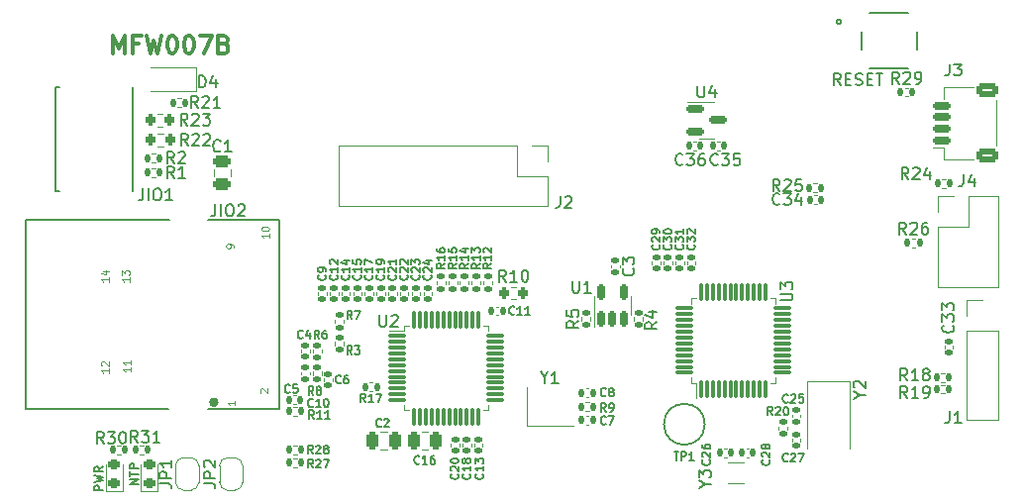
<source format=gbr>
G04 #@! TF.GenerationSoftware,KiCad,Pcbnew,(5.99.0-8454-g713af6630f)*
G04 #@! TF.CreationDate,2021-06-14T20:06:33-07:00*
G04 #@! TF.ProjectId,MFW007B,4d465730-3037-4422-9e6b-696361645f70,1*
G04 #@! TF.SameCoordinates,Original*
G04 #@! TF.FileFunction,Legend,Top*
G04 #@! TF.FilePolarity,Positive*
%FSLAX46Y46*%
G04 Gerber Fmt 4.6, Leading zero omitted, Abs format (unit mm)*
G04 Created by KiCad (PCBNEW (5.99.0-8454-g713af6630f)) date 2021-06-14 20:06:33*
%MOMM*%
%LPD*%
G01*
G04 APERTURE LIST*
G04 Aperture macros list*
%AMRoundRect*
0 Rectangle with rounded corners*
0 $1 Rounding radius*
0 $2 $3 $4 $5 $6 $7 $8 $9 X,Y pos of 4 corners*
0 Add a 4 corners polygon primitive as box body*
4,1,4,$2,$3,$4,$5,$6,$7,$8,$9,$2,$3,0*
0 Add four circle primitives for the rounded corners*
1,1,$1+$1,$2,$3*
1,1,$1+$1,$4,$5*
1,1,$1+$1,$6,$7*
1,1,$1+$1,$8,$9*
0 Add four rect primitives between the rounded corners*
20,1,$1+$1,$2,$3,$4,$5,0*
20,1,$1+$1,$4,$5,$6,$7,0*
20,1,$1+$1,$6,$7,$8,$9,0*
20,1,$1+$1,$8,$9,$2,$3,0*%
G04 Aperture macros list end*
%ADD10C,0.150000*%
%ADD11C,0.300000*%
%ADD12C,0.015000*%
%ADD13C,0.120000*%
%ADD14C,0.200000*%
%ADD15C,0.400000*%
%ADD16C,0.152400*%
%ADD17R,2.400000X2.000000*%
%ADD18RoundRect,0.075000X0.075000X-0.662500X0.075000X0.662500X-0.075000X0.662500X-0.075000X-0.662500X0*%
%ADD19RoundRect,0.075000X0.662500X-0.075000X0.662500X0.075000X-0.662500X0.075000X-0.662500X-0.075000X0*%
%ADD20RoundRect,0.140000X0.170000X-0.140000X0.170000X0.140000X-0.170000X0.140000X-0.170000X-0.140000X0*%
%ADD21RoundRect,0.135000X0.185000X-0.135000X0.185000X0.135000X-0.185000X0.135000X-0.185000X-0.135000X0*%
%ADD22RoundRect,0.218750X0.256250X-0.218750X0.256250X0.218750X-0.256250X0.218750X-0.256250X-0.218750X0*%
%ADD23RoundRect,0.140000X-0.170000X0.140000X-0.170000X-0.140000X0.170000X-0.140000X0.170000X0.140000X0*%
%ADD24RoundRect,0.140000X-0.140000X-0.170000X0.140000X-0.170000X0.140000X0.170000X-0.140000X0.170000X0*%
%ADD25RoundRect,0.150000X0.625000X-0.150000X0.625000X0.150000X-0.625000X0.150000X-0.625000X-0.150000X0*%
%ADD26RoundRect,0.250000X0.650000X-0.350000X0.650000X0.350000X-0.650000X0.350000X-0.650000X-0.350000X0*%
%ADD27RoundRect,0.135000X0.135000X0.185000X-0.135000X0.185000X-0.135000X-0.185000X0.135000X-0.185000X0*%
%ADD28RoundRect,0.135000X-0.185000X0.135000X-0.185000X-0.135000X0.185000X-0.135000X0.185000X0.135000X0*%
%ADD29R,0.900000X1.200000*%
%ADD30RoundRect,0.075000X-0.662500X-0.075000X0.662500X-0.075000X0.662500X0.075000X-0.662500X0.075000X0*%
%ADD31RoundRect,0.075000X-0.075000X-0.662500X0.075000X-0.662500X0.075000X0.662500X-0.075000X0.662500X0*%
%ADD32R,1.700000X1.700000*%
%ADD33O,1.700000X1.700000*%
%ADD34C,2.700000*%
%ADD35RoundRect,0.135000X-0.135000X-0.185000X0.135000X-0.185000X0.135000X0.185000X-0.135000X0.185000X0*%
%ADD36R,1.000000X1.800000*%
%ADD37R,1.400000X1.200000*%
%ADD38C,0.650000*%
%ADD39O,2.216000X1.108000*%
%ADD40RoundRect,0.150000X0.150000X-0.512500X0.150000X0.512500X-0.150000X0.512500X-0.150000X-0.512500X0*%
%ADD41RoundRect,0.200000X-0.200000X-0.275000X0.200000X-0.275000X0.200000X0.275000X-0.200000X0.275000X0*%
%ADD42RoundRect,0.140000X0.140000X0.170000X-0.140000X0.170000X-0.140000X-0.170000X0.140000X-0.170000X0*%
%ADD43RoundRect,0.250000X-0.250000X-0.475000X0.250000X-0.475000X0.250000X0.475000X-0.250000X0.475000X0*%
%ADD44C,2.800000*%
%ADD45RoundRect,0.250000X-0.475000X0.250000X-0.475000X-0.250000X0.475000X-0.250000X0.475000X0.250000X0*%
%ADD46RoundRect,0.150000X-0.587500X-0.150000X0.587500X-0.150000X0.587500X0.150000X-0.587500X0.150000X0*%
%ADD47C,1.398000*%
%ADD48C,3.200000*%
%ADD49C,2.550000*%
%ADD50RoundRect,0.250000X0.250000X0.475000X-0.250000X0.475000X-0.250000X-0.475000X0.250000X-0.475000X0*%
%ADD51R,1.549400X0.990600*%
G04 APERTURE END LIST*
D10*
X158347619Y-86002380D02*
X158014285Y-85526190D01*
X157776190Y-86002380D02*
X157776190Y-85002380D01*
X158157142Y-85002380D01*
X158252380Y-85050000D01*
X158300000Y-85097619D01*
X158347619Y-85192857D01*
X158347619Y-85335714D01*
X158300000Y-85430952D01*
X158252380Y-85478571D01*
X158157142Y-85526190D01*
X157776190Y-85526190D01*
X158776190Y-85478571D02*
X159109523Y-85478571D01*
X159252380Y-86002380D02*
X158776190Y-86002380D01*
X158776190Y-85002380D01*
X159252380Y-85002380D01*
X159633333Y-85954761D02*
X159776190Y-86002380D01*
X160014285Y-86002380D01*
X160109523Y-85954761D01*
X160157142Y-85907142D01*
X160204761Y-85811904D01*
X160204761Y-85716666D01*
X160157142Y-85621428D01*
X160109523Y-85573809D01*
X160014285Y-85526190D01*
X159823809Y-85478571D01*
X159728571Y-85430952D01*
X159680952Y-85383333D01*
X159633333Y-85288095D01*
X159633333Y-85192857D01*
X159680952Y-85097619D01*
X159728571Y-85050000D01*
X159823809Y-85002380D01*
X160061904Y-85002380D01*
X160204761Y-85050000D01*
X160633333Y-85478571D02*
X160966666Y-85478571D01*
X161109523Y-86002380D02*
X160633333Y-86002380D01*
X160633333Y-85002380D01*
X161109523Y-85002380D01*
X161395238Y-85002380D02*
X161966666Y-85002380D01*
X161680952Y-86002380D02*
X161680952Y-85002380D01*
D11*
X96152142Y-83278571D02*
X96152142Y-81778571D01*
X96652142Y-82850000D01*
X97152142Y-81778571D01*
X97152142Y-83278571D01*
X98366428Y-82492857D02*
X97866428Y-82492857D01*
X97866428Y-83278571D02*
X97866428Y-81778571D01*
X98580714Y-81778571D01*
X99009285Y-81778571D02*
X99366428Y-83278571D01*
X99652142Y-82207142D01*
X99937857Y-83278571D01*
X100295000Y-81778571D01*
X101152142Y-81778571D02*
X101295000Y-81778571D01*
X101437857Y-81850000D01*
X101509285Y-81921428D01*
X101580714Y-82064285D01*
X101652142Y-82350000D01*
X101652142Y-82707142D01*
X101580714Y-82992857D01*
X101509285Y-83135714D01*
X101437857Y-83207142D01*
X101295000Y-83278571D01*
X101152142Y-83278571D01*
X101009285Y-83207142D01*
X100937857Y-83135714D01*
X100866428Y-82992857D01*
X100795000Y-82707142D01*
X100795000Y-82350000D01*
X100866428Y-82064285D01*
X100937857Y-81921428D01*
X101009285Y-81850000D01*
X101152142Y-81778571D01*
X102580714Y-81778571D02*
X102723571Y-81778571D01*
X102866428Y-81850000D01*
X102937857Y-81921428D01*
X103009285Y-82064285D01*
X103080714Y-82350000D01*
X103080714Y-82707142D01*
X103009285Y-82992857D01*
X102937857Y-83135714D01*
X102866428Y-83207142D01*
X102723571Y-83278571D01*
X102580714Y-83278571D01*
X102437857Y-83207142D01*
X102366428Y-83135714D01*
X102295000Y-82992857D01*
X102223571Y-82707142D01*
X102223571Y-82350000D01*
X102295000Y-82064285D01*
X102366428Y-81921428D01*
X102437857Y-81850000D01*
X102580714Y-81778571D01*
X103580714Y-81778571D02*
X104580714Y-81778571D01*
X103937857Y-83278571D01*
X105652142Y-82492857D02*
X105866428Y-82564285D01*
X105937857Y-82635714D01*
X106009285Y-82778571D01*
X106009285Y-82992857D01*
X105937857Y-83135714D01*
X105866428Y-83207142D01*
X105723571Y-83278571D01*
X105152142Y-83278571D01*
X105152142Y-81778571D01*
X105652142Y-81778571D01*
X105795000Y-81850000D01*
X105866428Y-81921428D01*
X105937857Y-82064285D01*
X105937857Y-82207142D01*
X105866428Y-82350000D01*
X105795000Y-82421428D01*
X105652142Y-82492857D01*
X105152142Y-82492857D01*
D10*
X98317965Y-120152608D02*
X97567965Y-120152608D01*
X98317965Y-119724037D01*
X97567965Y-119724037D01*
X97567965Y-119474037D02*
X97567965Y-119045465D01*
X98317965Y-119259751D02*
X97567965Y-119259751D01*
X98317965Y-118795465D02*
X97567965Y-118795465D01*
X97567965Y-118509751D01*
X97603680Y-118438322D01*
X97639394Y-118402608D01*
X97710822Y-118366894D01*
X97817965Y-118366894D01*
X97889394Y-118402608D01*
X97925108Y-118438322D01*
X97960822Y-118509751D01*
X97960822Y-118795465D01*
X95317965Y-120652608D02*
X94567965Y-120652608D01*
X94567965Y-120366894D01*
X94603680Y-120295465D01*
X94639394Y-120259751D01*
X94710822Y-120224037D01*
X94817965Y-120224037D01*
X94889394Y-120259751D01*
X94925108Y-120295465D01*
X94960822Y-120366894D01*
X94960822Y-120652608D01*
X94567965Y-119974037D02*
X95317965Y-119795465D01*
X94782251Y-119652608D01*
X95317965Y-119509751D01*
X94567965Y-119331180D01*
X95317965Y-118616894D02*
X94960822Y-118866894D01*
X95317965Y-119045465D02*
X94567965Y-119045465D01*
X94567965Y-118759751D01*
X94603680Y-118688322D01*
X94639394Y-118652608D01*
X94710822Y-118616894D01*
X94817965Y-118616894D01*
X94889394Y-118652608D01*
X94925108Y-118688322D01*
X94960822Y-118759751D01*
X94960822Y-119045465D01*
X159976190Y-112476190D02*
X160452380Y-112476190D01*
X159452380Y-112809523D02*
X159976190Y-112476190D01*
X159452380Y-112142857D01*
X159547619Y-111857142D02*
X159500000Y-111809523D01*
X159452380Y-111714285D01*
X159452380Y-111476190D01*
X159500000Y-111380952D01*
X159547619Y-111333333D01*
X159642857Y-111285714D01*
X159738095Y-111285714D01*
X159880952Y-111333333D01*
X160452380Y-111904761D01*
X160452380Y-111285714D01*
X153242380Y-104411904D02*
X154051904Y-104411904D01*
X154147142Y-104364285D01*
X154194761Y-104316666D01*
X154242380Y-104221428D01*
X154242380Y-104030952D01*
X154194761Y-103935714D01*
X154147142Y-103888095D01*
X154051904Y-103840476D01*
X153242380Y-103840476D01*
X153242380Y-103459523D02*
X153242380Y-102840476D01*
X153623333Y-103173809D01*
X153623333Y-103030952D01*
X153670952Y-102935714D01*
X153718571Y-102888095D01*
X153813809Y-102840476D01*
X154051904Y-102840476D01*
X154147142Y-102888095D01*
X154194761Y-102935714D01*
X154242380Y-103030952D01*
X154242380Y-103316666D01*
X154194761Y-103411904D01*
X154147142Y-103459523D01*
X144850000Y-99650000D02*
X144883333Y-99683333D01*
X144916666Y-99783333D01*
X144916666Y-99850000D01*
X144883333Y-99950000D01*
X144816666Y-100016666D01*
X144750000Y-100050000D01*
X144616666Y-100083333D01*
X144516666Y-100083333D01*
X144383333Y-100050000D01*
X144316666Y-100016666D01*
X144250000Y-99950000D01*
X144216666Y-99850000D01*
X144216666Y-99783333D01*
X144250000Y-99683333D01*
X144283333Y-99650000D01*
X144216666Y-99416666D02*
X144216666Y-98983333D01*
X144483333Y-99216666D01*
X144483333Y-99116666D01*
X144516666Y-99050000D01*
X144550000Y-99016666D01*
X144616666Y-98983333D01*
X144783333Y-98983333D01*
X144850000Y-99016666D01*
X144883333Y-99050000D01*
X144916666Y-99116666D01*
X144916666Y-99316666D01*
X144883333Y-99383333D01*
X144850000Y-99416666D01*
X144916666Y-98316666D02*
X144916666Y-98716666D01*
X144916666Y-98516666D02*
X144216666Y-98516666D01*
X144316666Y-98583333D01*
X144383333Y-98650000D01*
X144416666Y-98716666D01*
X124516666Y-101235833D02*
X124183333Y-101469166D01*
X124516666Y-101635833D02*
X123816666Y-101635833D01*
X123816666Y-101369166D01*
X123850000Y-101302500D01*
X123883333Y-101269166D01*
X123950000Y-101235833D01*
X124050000Y-101235833D01*
X124116666Y-101269166D01*
X124150000Y-101302500D01*
X124183333Y-101369166D01*
X124183333Y-101635833D01*
X124516666Y-100569166D02*
X124516666Y-100969166D01*
X124516666Y-100769166D02*
X123816666Y-100769166D01*
X123916666Y-100835833D01*
X123983333Y-100902500D01*
X124016666Y-100969166D01*
X123816666Y-99969166D02*
X123816666Y-100102500D01*
X123850000Y-100169166D01*
X123883333Y-100202500D01*
X123983333Y-100269166D01*
X124116666Y-100302500D01*
X124383333Y-100302500D01*
X124450000Y-100269166D01*
X124483333Y-100235833D01*
X124516666Y-100169166D01*
X124516666Y-100035833D01*
X124483333Y-99969166D01*
X124450000Y-99935833D01*
X124383333Y-99902500D01*
X124216666Y-99902500D01*
X124150000Y-99935833D01*
X124116666Y-99969166D01*
X124083333Y-100035833D01*
X124083333Y-100169166D01*
X124116666Y-100235833D01*
X124150000Y-100269166D01*
X124216666Y-100302500D01*
X126650000Y-119250000D02*
X126683333Y-119283333D01*
X126716666Y-119383333D01*
X126716666Y-119450000D01*
X126683333Y-119550000D01*
X126616666Y-119616666D01*
X126550000Y-119650000D01*
X126416666Y-119683333D01*
X126316666Y-119683333D01*
X126183333Y-119650000D01*
X126116666Y-119616666D01*
X126050000Y-119550000D01*
X126016666Y-119450000D01*
X126016666Y-119383333D01*
X126050000Y-119283333D01*
X126083333Y-119250000D01*
X126716666Y-118583333D02*
X126716666Y-118983333D01*
X126716666Y-118783333D02*
X126016666Y-118783333D01*
X126116666Y-118850000D01*
X126183333Y-118916666D01*
X126216666Y-118983333D01*
X126316666Y-118183333D02*
X126283333Y-118250000D01*
X126250000Y-118283333D01*
X126183333Y-118316666D01*
X126150000Y-118316666D01*
X126083333Y-118283333D01*
X126050000Y-118250000D01*
X126016666Y-118183333D01*
X126016666Y-118050000D01*
X126050000Y-117983333D01*
X126083333Y-117950000D01*
X126150000Y-117916666D01*
X126183333Y-117916666D01*
X126250000Y-117950000D01*
X126283333Y-117983333D01*
X126316666Y-118050000D01*
X126316666Y-118183333D01*
X126350000Y-118250000D01*
X126383333Y-118283333D01*
X126450000Y-118316666D01*
X126583333Y-118316666D01*
X126650000Y-118283333D01*
X126683333Y-118250000D01*
X126716666Y-118183333D01*
X126716666Y-118050000D01*
X126683333Y-117983333D01*
X126650000Y-117950000D01*
X126583333Y-117916666D01*
X126450000Y-117916666D01*
X126383333Y-117950000D01*
X126350000Y-117983333D01*
X126316666Y-118050000D01*
X117300000Y-102235833D02*
X117333333Y-102269166D01*
X117366666Y-102369166D01*
X117366666Y-102435833D01*
X117333333Y-102535833D01*
X117266666Y-102602500D01*
X117200000Y-102635833D01*
X117066666Y-102669166D01*
X116966666Y-102669166D01*
X116833333Y-102635833D01*
X116766666Y-102602500D01*
X116700000Y-102535833D01*
X116666666Y-102435833D01*
X116666666Y-102369166D01*
X116700000Y-102269166D01*
X116733333Y-102235833D01*
X117366666Y-101569166D02*
X117366666Y-101969166D01*
X117366666Y-101769166D02*
X116666666Y-101769166D01*
X116766666Y-101835833D01*
X116833333Y-101902500D01*
X116866666Y-101969166D01*
X116666666Y-100935833D02*
X116666666Y-101269166D01*
X117000000Y-101302500D01*
X116966666Y-101269166D01*
X116933333Y-101202500D01*
X116933333Y-101035833D01*
X116966666Y-100969166D01*
X117000000Y-100935833D01*
X117066666Y-100902500D01*
X117233333Y-100902500D01*
X117300000Y-100935833D01*
X117333333Y-100969166D01*
X117366666Y-101035833D01*
X117366666Y-101202500D01*
X117333333Y-101269166D01*
X117300000Y-101302500D01*
X126516666Y-101235833D02*
X126183333Y-101469166D01*
X126516666Y-101635833D02*
X125816666Y-101635833D01*
X125816666Y-101369166D01*
X125850000Y-101302500D01*
X125883333Y-101269166D01*
X125950000Y-101235833D01*
X126050000Y-101235833D01*
X126116666Y-101269166D01*
X126150000Y-101302500D01*
X126183333Y-101369166D01*
X126183333Y-101635833D01*
X126516666Y-100569166D02*
X126516666Y-100969166D01*
X126516666Y-100769166D02*
X125816666Y-100769166D01*
X125916666Y-100835833D01*
X125983333Y-100902500D01*
X126016666Y-100969166D01*
X126050000Y-99969166D02*
X126516666Y-99969166D01*
X125783333Y-100135833D02*
X126283333Y-100302500D01*
X126283333Y-99869166D01*
X113250000Y-113450000D02*
X113216666Y-113483333D01*
X113116666Y-113516666D01*
X113050000Y-113516666D01*
X112950000Y-113483333D01*
X112883333Y-113416666D01*
X112850000Y-113350000D01*
X112816666Y-113216666D01*
X112816666Y-113116666D01*
X112850000Y-112983333D01*
X112883333Y-112916666D01*
X112950000Y-112850000D01*
X113050000Y-112816666D01*
X113116666Y-112816666D01*
X113216666Y-112850000D01*
X113250000Y-112883333D01*
X113916666Y-113516666D02*
X113516666Y-113516666D01*
X113716666Y-113516666D02*
X113716666Y-112816666D01*
X113650000Y-112916666D01*
X113583333Y-112983333D01*
X113516666Y-113016666D01*
X114350000Y-112816666D02*
X114416666Y-112816666D01*
X114483333Y-112850000D01*
X114516666Y-112883333D01*
X114550000Y-112950000D01*
X114583333Y-113083333D01*
X114583333Y-113250000D01*
X114550000Y-113383333D01*
X114516666Y-113450000D01*
X114483333Y-113483333D01*
X114416666Y-113516666D01*
X114350000Y-113516666D01*
X114283333Y-113483333D01*
X114250000Y-113450000D01*
X114216666Y-113383333D01*
X114183333Y-113250000D01*
X114183333Y-113083333D01*
X114216666Y-112950000D01*
X114250000Y-112883333D01*
X114283333Y-112850000D01*
X114350000Y-112816666D01*
X167666666Y-84202380D02*
X167666666Y-84916666D01*
X167619047Y-85059523D01*
X167523809Y-85154761D01*
X167380952Y-85202380D01*
X167285714Y-85202380D01*
X168047619Y-84202380D02*
X168666666Y-84202380D01*
X168333333Y-84583333D01*
X168476190Y-84583333D01*
X168571428Y-84630952D01*
X168619047Y-84678571D01*
X168666666Y-84773809D01*
X168666666Y-85011904D01*
X168619047Y-85107142D01*
X168571428Y-85154761D01*
X168476190Y-85202380D01*
X168190476Y-85202380D01*
X168095238Y-85154761D01*
X168047619Y-85107142D01*
X100152380Y-120083333D02*
X100866666Y-120083333D01*
X101009523Y-120130952D01*
X101104761Y-120226190D01*
X101152380Y-120369047D01*
X101152380Y-120464285D01*
X101152380Y-119607142D02*
X100152380Y-119607142D01*
X100152380Y-119226190D01*
X100200000Y-119130952D01*
X100247619Y-119083333D01*
X100342857Y-119035714D01*
X100485714Y-119035714D01*
X100580952Y-119083333D01*
X100628571Y-119130952D01*
X100676190Y-119226190D01*
X100676190Y-119607142D01*
X101152380Y-118083333D02*
X101152380Y-118654761D01*
X101152380Y-118369047D02*
X100152380Y-118369047D01*
X100295238Y-118464285D01*
X100390476Y-118559523D01*
X100438095Y-118654761D01*
X113250000Y-117516666D02*
X113016666Y-117183333D01*
X112850000Y-117516666D02*
X112850000Y-116816666D01*
X113116666Y-116816666D01*
X113183333Y-116850000D01*
X113216666Y-116883333D01*
X113250000Y-116950000D01*
X113250000Y-117050000D01*
X113216666Y-117116666D01*
X113183333Y-117150000D01*
X113116666Y-117183333D01*
X112850000Y-117183333D01*
X113516666Y-116883333D02*
X113550000Y-116850000D01*
X113616666Y-116816666D01*
X113783333Y-116816666D01*
X113850000Y-116850000D01*
X113883333Y-116883333D01*
X113916666Y-116950000D01*
X113916666Y-117016666D01*
X113883333Y-117116666D01*
X113483333Y-117516666D01*
X113916666Y-117516666D01*
X114316666Y-117116666D02*
X114250000Y-117083333D01*
X114216666Y-117050000D01*
X114183333Y-116983333D01*
X114183333Y-116950000D01*
X114216666Y-116883333D01*
X114250000Y-116850000D01*
X114316666Y-116816666D01*
X114450000Y-116816666D01*
X114516666Y-116850000D01*
X114550000Y-116883333D01*
X114583333Y-116950000D01*
X114583333Y-116983333D01*
X114550000Y-117050000D01*
X114516666Y-117083333D01*
X114450000Y-117116666D01*
X114316666Y-117116666D01*
X114250000Y-117150000D01*
X114216666Y-117183333D01*
X114183333Y-117250000D01*
X114183333Y-117383333D01*
X114216666Y-117450000D01*
X114250000Y-117483333D01*
X114316666Y-117516666D01*
X114450000Y-117516666D01*
X114516666Y-117483333D01*
X114550000Y-117450000D01*
X114583333Y-117383333D01*
X114583333Y-117250000D01*
X114550000Y-117183333D01*
X114516666Y-117150000D01*
X114450000Y-117116666D01*
X152550000Y-114216666D02*
X152316666Y-113883333D01*
X152150000Y-114216666D02*
X152150000Y-113516666D01*
X152416666Y-113516666D01*
X152483333Y-113550000D01*
X152516666Y-113583333D01*
X152550000Y-113650000D01*
X152550000Y-113750000D01*
X152516666Y-113816666D01*
X152483333Y-113850000D01*
X152416666Y-113883333D01*
X152150000Y-113883333D01*
X152816666Y-113583333D02*
X152850000Y-113550000D01*
X152916666Y-113516666D01*
X153083333Y-113516666D01*
X153150000Y-113550000D01*
X153183333Y-113583333D01*
X153216666Y-113650000D01*
X153216666Y-113716666D01*
X153183333Y-113816666D01*
X152783333Y-114216666D01*
X153216666Y-114216666D01*
X153650000Y-113516666D02*
X153716666Y-113516666D01*
X153783333Y-113550000D01*
X153816666Y-113583333D01*
X153850000Y-113650000D01*
X153883333Y-113783333D01*
X153883333Y-113950000D01*
X153850000Y-114083333D01*
X153816666Y-114150000D01*
X153783333Y-114183333D01*
X153716666Y-114216666D01*
X153650000Y-114216666D01*
X153583333Y-114183333D01*
X153550000Y-114150000D01*
X153516666Y-114083333D01*
X153483333Y-113950000D01*
X153483333Y-113783333D01*
X153516666Y-113650000D01*
X153550000Y-113583333D01*
X153583333Y-113550000D01*
X153650000Y-113516666D01*
X103511904Y-86202380D02*
X103511904Y-85202380D01*
X103750000Y-85202380D01*
X103892857Y-85250000D01*
X103988095Y-85345238D01*
X104035714Y-85440476D01*
X104083333Y-85630952D01*
X104083333Y-85773809D01*
X104035714Y-85964285D01*
X103988095Y-86059523D01*
X103892857Y-86154761D01*
X103750000Y-86202380D01*
X103511904Y-86202380D01*
X104940476Y-85535714D02*
X104940476Y-86202380D01*
X104702380Y-85154761D02*
X104464285Y-85869047D01*
X105083333Y-85869047D01*
X101373333Y-93952380D02*
X101040000Y-93476190D01*
X100801904Y-93952380D02*
X100801904Y-92952380D01*
X101182857Y-92952380D01*
X101278095Y-93000000D01*
X101325714Y-93047619D01*
X101373333Y-93142857D01*
X101373333Y-93285714D01*
X101325714Y-93380952D01*
X101278095Y-93428571D01*
X101182857Y-93476190D01*
X100801904Y-93476190D01*
X102325714Y-93952380D02*
X101754285Y-93952380D01*
X102040000Y-93952380D02*
X102040000Y-92952380D01*
X101944761Y-93095238D01*
X101849523Y-93190476D01*
X101754285Y-93238095D01*
X119300000Y-102235833D02*
X119333333Y-102269166D01*
X119366666Y-102369166D01*
X119366666Y-102435833D01*
X119333333Y-102535833D01*
X119266666Y-102602500D01*
X119200000Y-102635833D01*
X119066666Y-102669166D01*
X118966666Y-102669166D01*
X118833333Y-102635833D01*
X118766666Y-102602500D01*
X118700000Y-102535833D01*
X118666666Y-102435833D01*
X118666666Y-102369166D01*
X118700000Y-102269166D01*
X118733333Y-102235833D01*
X119366666Y-101569166D02*
X119366666Y-101969166D01*
X119366666Y-101769166D02*
X118666666Y-101769166D01*
X118766666Y-101835833D01*
X118833333Y-101902500D01*
X118866666Y-101969166D01*
X119366666Y-101235833D02*
X119366666Y-101102500D01*
X119333333Y-101035833D01*
X119300000Y-101002500D01*
X119200000Y-100935833D01*
X119066666Y-100902500D01*
X118800000Y-100902500D01*
X118733333Y-100935833D01*
X118700000Y-100969166D01*
X118666666Y-101035833D01*
X118666666Y-101169166D01*
X118700000Y-101235833D01*
X118733333Y-101269166D01*
X118800000Y-101302500D01*
X118966666Y-101302500D01*
X119033333Y-101269166D01*
X119066666Y-101235833D01*
X119100000Y-101169166D01*
X119100000Y-101035833D01*
X119066666Y-100969166D01*
X119033333Y-100935833D01*
X118966666Y-100902500D01*
X113283333Y-112466666D02*
X113050000Y-112133333D01*
X112883333Y-112466666D02*
X112883333Y-111766666D01*
X113150000Y-111766666D01*
X113216666Y-111800000D01*
X113250000Y-111833333D01*
X113283333Y-111900000D01*
X113283333Y-112000000D01*
X113250000Y-112066666D01*
X113216666Y-112100000D01*
X113150000Y-112133333D01*
X112883333Y-112133333D01*
X113683333Y-112066666D02*
X113616666Y-112033333D01*
X113583333Y-112000000D01*
X113550000Y-111933333D01*
X113550000Y-111900000D01*
X113583333Y-111833333D01*
X113616666Y-111800000D01*
X113683333Y-111766666D01*
X113816666Y-111766666D01*
X113883333Y-111800000D01*
X113916666Y-111833333D01*
X113950000Y-111900000D01*
X113950000Y-111933333D01*
X113916666Y-112000000D01*
X113883333Y-112033333D01*
X113816666Y-112066666D01*
X113683333Y-112066666D01*
X113616666Y-112100000D01*
X113583333Y-112133333D01*
X113550000Y-112200000D01*
X113550000Y-112333333D01*
X113583333Y-112400000D01*
X113616666Y-112433333D01*
X113683333Y-112466666D01*
X113816666Y-112466666D01*
X113883333Y-112433333D01*
X113916666Y-112400000D01*
X113950000Y-112333333D01*
X113950000Y-112200000D01*
X113916666Y-112133333D01*
X113883333Y-112100000D01*
X113816666Y-112066666D01*
X113350000Y-114516666D02*
X113116666Y-114183333D01*
X112950000Y-114516666D02*
X112950000Y-113816666D01*
X113216666Y-113816666D01*
X113283333Y-113850000D01*
X113316666Y-113883333D01*
X113350000Y-113950000D01*
X113350000Y-114050000D01*
X113316666Y-114116666D01*
X113283333Y-114150000D01*
X113216666Y-114183333D01*
X112950000Y-114183333D01*
X114016666Y-114516666D02*
X113616666Y-114516666D01*
X113816666Y-114516666D02*
X113816666Y-113816666D01*
X113750000Y-113916666D01*
X113683333Y-113983333D01*
X113616666Y-114016666D01*
X114683333Y-114516666D02*
X114283333Y-114516666D01*
X114483333Y-114516666D02*
X114483333Y-113816666D01*
X114416666Y-113916666D01*
X114350000Y-113983333D01*
X114283333Y-114016666D01*
X118938095Y-105652380D02*
X118938095Y-106461904D01*
X118985714Y-106557142D01*
X119033333Y-106604761D01*
X119128571Y-106652380D01*
X119319047Y-106652380D01*
X119414285Y-106604761D01*
X119461904Y-106557142D01*
X119509523Y-106461904D01*
X119509523Y-105652380D01*
X119938095Y-105747619D02*
X119985714Y-105700000D01*
X120080952Y-105652380D01*
X120319047Y-105652380D01*
X120414285Y-105700000D01*
X120461904Y-105747619D01*
X120509523Y-105842857D01*
X120509523Y-105938095D01*
X120461904Y-106080952D01*
X119890476Y-106652380D01*
X120509523Y-106652380D01*
X128516666Y-101235833D02*
X128183333Y-101469166D01*
X128516666Y-101635833D02*
X127816666Y-101635833D01*
X127816666Y-101369166D01*
X127850000Y-101302500D01*
X127883333Y-101269166D01*
X127950000Y-101235833D01*
X128050000Y-101235833D01*
X128116666Y-101269166D01*
X128150000Y-101302500D01*
X128183333Y-101369166D01*
X128183333Y-101635833D01*
X128516666Y-100569166D02*
X128516666Y-100969166D01*
X128516666Y-100769166D02*
X127816666Y-100769166D01*
X127916666Y-100835833D01*
X127983333Y-100902500D01*
X128016666Y-100969166D01*
X127883333Y-100302500D02*
X127850000Y-100269166D01*
X127816666Y-100202500D01*
X127816666Y-100035833D01*
X127850000Y-99969166D01*
X127883333Y-99935833D01*
X127950000Y-99902500D01*
X128016666Y-99902500D01*
X128116666Y-99935833D01*
X128516666Y-100335833D01*
X128516666Y-99902500D01*
X168866666Y-93652380D02*
X168866666Y-94366666D01*
X168819047Y-94509523D01*
X168723809Y-94604761D01*
X168580952Y-94652380D01*
X168485714Y-94652380D01*
X169771428Y-93985714D02*
X169771428Y-94652380D01*
X169533333Y-93604761D02*
X169295238Y-94319047D01*
X169914285Y-94319047D01*
X130450000Y-105550000D02*
X130416666Y-105583333D01*
X130316666Y-105616666D01*
X130250000Y-105616666D01*
X130150000Y-105583333D01*
X130083333Y-105516666D01*
X130050000Y-105450000D01*
X130016666Y-105316666D01*
X130016666Y-105216666D01*
X130050000Y-105083333D01*
X130083333Y-105016666D01*
X130150000Y-104950000D01*
X130250000Y-104916666D01*
X130316666Y-104916666D01*
X130416666Y-104950000D01*
X130450000Y-104983333D01*
X131116666Y-105616666D02*
X130716666Y-105616666D01*
X130916666Y-105616666D02*
X130916666Y-104916666D01*
X130850000Y-105016666D01*
X130783333Y-105083333D01*
X130716666Y-105116666D01*
X131783333Y-105616666D02*
X131383333Y-105616666D01*
X131583333Y-105616666D02*
X131583333Y-104916666D01*
X131516666Y-105016666D01*
X131450000Y-105083333D01*
X131383333Y-105116666D01*
X125650000Y-119250000D02*
X125683333Y-119283333D01*
X125716666Y-119383333D01*
X125716666Y-119450000D01*
X125683333Y-119550000D01*
X125616666Y-119616666D01*
X125550000Y-119650000D01*
X125416666Y-119683333D01*
X125316666Y-119683333D01*
X125183333Y-119650000D01*
X125116666Y-119616666D01*
X125050000Y-119550000D01*
X125016666Y-119450000D01*
X125016666Y-119383333D01*
X125050000Y-119283333D01*
X125083333Y-119250000D01*
X125083333Y-118983333D02*
X125050000Y-118950000D01*
X125016666Y-118883333D01*
X125016666Y-118716666D01*
X125050000Y-118650000D01*
X125083333Y-118616666D01*
X125150000Y-118583333D01*
X125216666Y-118583333D01*
X125316666Y-118616666D01*
X125716666Y-119016666D01*
X125716666Y-118583333D01*
X125016666Y-118150000D02*
X125016666Y-118083333D01*
X125050000Y-118016666D01*
X125083333Y-117983333D01*
X125150000Y-117950000D01*
X125283333Y-117916666D01*
X125450000Y-117916666D01*
X125583333Y-117950000D01*
X125650000Y-117983333D01*
X125683333Y-118016666D01*
X125716666Y-118083333D01*
X125716666Y-118150000D01*
X125683333Y-118216666D01*
X125650000Y-118250000D01*
X125583333Y-118283333D01*
X125450000Y-118316666D01*
X125283333Y-118316666D01*
X125150000Y-118283333D01*
X125083333Y-118250000D01*
X125050000Y-118216666D01*
X125016666Y-118150000D01*
X164157142Y-94052380D02*
X163823809Y-93576190D01*
X163585714Y-94052380D02*
X163585714Y-93052380D01*
X163966666Y-93052380D01*
X164061904Y-93100000D01*
X164109523Y-93147619D01*
X164157142Y-93242857D01*
X164157142Y-93385714D01*
X164109523Y-93480952D01*
X164061904Y-93528571D01*
X163966666Y-93576190D01*
X163585714Y-93576190D01*
X164538095Y-93147619D02*
X164585714Y-93100000D01*
X164680952Y-93052380D01*
X164919047Y-93052380D01*
X165014285Y-93100000D01*
X165061904Y-93147619D01*
X165109523Y-93242857D01*
X165109523Y-93338095D01*
X165061904Y-93480952D01*
X164490476Y-94052380D01*
X165109523Y-94052380D01*
X165966666Y-93385714D02*
X165966666Y-94052380D01*
X165728571Y-93004761D02*
X165490476Y-93719047D01*
X166109523Y-93719047D01*
X117735833Y-113116666D02*
X117502500Y-112783333D01*
X117335833Y-113116666D02*
X117335833Y-112416666D01*
X117602500Y-112416666D01*
X117669166Y-112450000D01*
X117702500Y-112483333D01*
X117735833Y-112550000D01*
X117735833Y-112650000D01*
X117702500Y-112716666D01*
X117669166Y-112750000D01*
X117602500Y-112783333D01*
X117335833Y-112783333D01*
X118402500Y-113116666D02*
X118002500Y-113116666D01*
X118202500Y-113116666D02*
X118202500Y-112416666D01*
X118135833Y-112516666D01*
X118069166Y-112583333D01*
X118002500Y-112616666D01*
X118635833Y-112416666D02*
X119102500Y-112416666D01*
X118802500Y-113116666D01*
X146776190Y-120126190D02*
X147252380Y-120126190D01*
X146252380Y-120459523D02*
X146776190Y-120126190D01*
X146252380Y-119792857D01*
X146252380Y-119554761D02*
X146252380Y-118935714D01*
X146633333Y-119269047D01*
X146633333Y-119126190D01*
X146680952Y-119030952D01*
X146728571Y-118983333D01*
X146823809Y-118935714D01*
X147061904Y-118935714D01*
X147157142Y-118983333D01*
X147204761Y-119030952D01*
X147252380Y-119126190D01*
X147252380Y-119411904D01*
X147204761Y-119507142D01*
X147157142Y-119554761D01*
X164057142Y-111252380D02*
X163723809Y-110776190D01*
X163485714Y-111252380D02*
X163485714Y-110252380D01*
X163866666Y-110252380D01*
X163961904Y-110300000D01*
X164009523Y-110347619D01*
X164057142Y-110442857D01*
X164057142Y-110585714D01*
X164009523Y-110680952D01*
X163961904Y-110728571D01*
X163866666Y-110776190D01*
X163485714Y-110776190D01*
X165009523Y-111252380D02*
X164438095Y-111252380D01*
X164723809Y-111252380D02*
X164723809Y-110252380D01*
X164628571Y-110395238D01*
X164533333Y-110490476D01*
X164438095Y-110538095D01*
X165580952Y-110680952D02*
X165485714Y-110633333D01*
X165438095Y-110585714D01*
X165390476Y-110490476D01*
X165390476Y-110442857D01*
X165438095Y-110347619D01*
X165485714Y-110300000D01*
X165580952Y-110252380D01*
X165771428Y-110252380D01*
X165866666Y-110300000D01*
X165914285Y-110347619D01*
X165961904Y-110442857D01*
X165961904Y-110490476D01*
X165914285Y-110585714D01*
X165866666Y-110633333D01*
X165771428Y-110680952D01*
X165580952Y-110680952D01*
X165485714Y-110728571D01*
X165438095Y-110776190D01*
X165390476Y-110871428D01*
X165390476Y-111061904D01*
X165438095Y-111157142D01*
X165485714Y-111204761D01*
X165580952Y-111252380D01*
X165771428Y-111252380D01*
X165866666Y-111204761D01*
X165914285Y-111157142D01*
X165961904Y-111061904D01*
X165961904Y-110871428D01*
X165914285Y-110776190D01*
X165866666Y-110728571D01*
X165771428Y-110680952D01*
X153850000Y-113080000D02*
X153816666Y-113113333D01*
X153716666Y-113146666D01*
X153650000Y-113146666D01*
X153550000Y-113113333D01*
X153483333Y-113046666D01*
X153450000Y-112980000D01*
X153416666Y-112846666D01*
X153416666Y-112746666D01*
X153450000Y-112613333D01*
X153483333Y-112546666D01*
X153550000Y-112480000D01*
X153650000Y-112446666D01*
X153716666Y-112446666D01*
X153816666Y-112480000D01*
X153850000Y-112513333D01*
X154116666Y-112513333D02*
X154150000Y-112480000D01*
X154216666Y-112446666D01*
X154383333Y-112446666D01*
X154450000Y-112480000D01*
X154483333Y-112513333D01*
X154516666Y-112580000D01*
X154516666Y-112646666D01*
X154483333Y-112746666D01*
X154083333Y-113146666D01*
X154516666Y-113146666D01*
X155150000Y-112446666D02*
X154816666Y-112446666D01*
X154783333Y-112780000D01*
X154816666Y-112746666D01*
X154883333Y-112713333D01*
X155050000Y-112713333D01*
X155116666Y-112746666D01*
X155150000Y-112780000D01*
X155183333Y-112846666D01*
X155183333Y-113013333D01*
X155150000Y-113080000D01*
X155116666Y-113113333D01*
X155050000Y-113146666D01*
X154883333Y-113146666D01*
X154816666Y-113113333D01*
X154783333Y-113080000D01*
X167666666Y-113902380D02*
X167666666Y-114616666D01*
X167619047Y-114759523D01*
X167523809Y-114854761D01*
X167380952Y-114902380D01*
X167285714Y-114902380D01*
X168666666Y-114902380D02*
X168095238Y-114902380D01*
X168380952Y-114902380D02*
X168380952Y-113902380D01*
X168285714Y-114045238D01*
X168190476Y-114140476D01*
X168095238Y-114188095D01*
X133023809Y-111026190D02*
X133023809Y-111502380D01*
X132690476Y-110502380D02*
X133023809Y-111026190D01*
X133357142Y-110502380D01*
X134214285Y-111502380D02*
X133642857Y-111502380D01*
X133928571Y-111502380D02*
X133928571Y-110502380D01*
X133833333Y-110645238D01*
X133738095Y-110740476D01*
X133642857Y-110788095D01*
X153850000Y-118130000D02*
X153816666Y-118163333D01*
X153716666Y-118196666D01*
X153650000Y-118196666D01*
X153550000Y-118163333D01*
X153483333Y-118096666D01*
X153450000Y-118030000D01*
X153416666Y-117896666D01*
X153416666Y-117796666D01*
X153450000Y-117663333D01*
X153483333Y-117596666D01*
X153550000Y-117530000D01*
X153650000Y-117496666D01*
X153716666Y-117496666D01*
X153816666Y-117530000D01*
X153850000Y-117563333D01*
X154116666Y-117563333D02*
X154150000Y-117530000D01*
X154216666Y-117496666D01*
X154383333Y-117496666D01*
X154450000Y-117530000D01*
X154483333Y-117563333D01*
X154516666Y-117630000D01*
X154516666Y-117696666D01*
X154483333Y-117796666D01*
X154083333Y-118196666D01*
X154516666Y-118196666D01*
X154750000Y-117496666D02*
X155216666Y-117496666D01*
X154916666Y-118196666D01*
X112383333Y-107600000D02*
X112350000Y-107633333D01*
X112250000Y-107666666D01*
X112183333Y-107666666D01*
X112083333Y-107633333D01*
X112016666Y-107566666D01*
X111983333Y-107500000D01*
X111950000Y-107366666D01*
X111950000Y-107266666D01*
X111983333Y-107133333D01*
X112016666Y-107066666D01*
X112083333Y-107000000D01*
X112183333Y-106966666D01*
X112250000Y-106966666D01*
X112350000Y-107000000D01*
X112383333Y-107033333D01*
X112983333Y-107200000D02*
X112983333Y-107666666D01*
X112816666Y-106933333D02*
X112650000Y-107433333D01*
X113083333Y-107433333D01*
X116583333Y-109016666D02*
X116350000Y-108683333D01*
X116183333Y-109016666D02*
X116183333Y-108316666D01*
X116450000Y-108316666D01*
X116516666Y-108350000D01*
X116550000Y-108383333D01*
X116583333Y-108450000D01*
X116583333Y-108550000D01*
X116550000Y-108616666D01*
X116516666Y-108650000D01*
X116450000Y-108683333D01*
X116183333Y-108683333D01*
X116816666Y-108316666D02*
X117250000Y-108316666D01*
X117016666Y-108583333D01*
X117116666Y-108583333D01*
X117183333Y-108616666D01*
X117216666Y-108650000D01*
X117250000Y-108716666D01*
X117250000Y-108883333D01*
X117216666Y-108950000D01*
X117183333Y-108983333D01*
X117116666Y-109016666D01*
X116916666Y-109016666D01*
X116850000Y-108983333D01*
X116816666Y-108950000D01*
X113783333Y-107666666D02*
X113550000Y-107333333D01*
X113383333Y-107666666D02*
X113383333Y-106966666D01*
X113650000Y-106966666D01*
X113716666Y-107000000D01*
X113750000Y-107033333D01*
X113783333Y-107100000D01*
X113783333Y-107200000D01*
X113750000Y-107266666D01*
X113716666Y-107300000D01*
X113650000Y-107333333D01*
X113383333Y-107333333D01*
X114383333Y-106966666D02*
X114250000Y-106966666D01*
X114183333Y-107000000D01*
X114150000Y-107033333D01*
X114083333Y-107133333D01*
X114050000Y-107266666D01*
X114050000Y-107533333D01*
X114083333Y-107600000D01*
X114116666Y-107633333D01*
X114183333Y-107666666D01*
X114316666Y-107666666D01*
X114383333Y-107633333D01*
X114416666Y-107600000D01*
X114450000Y-107533333D01*
X114450000Y-107366666D01*
X114416666Y-107300000D01*
X114383333Y-107266666D01*
X114316666Y-107233333D01*
X114183333Y-107233333D01*
X114116666Y-107266666D01*
X114083333Y-107300000D01*
X114050000Y-107366666D01*
X144857142Y-92757142D02*
X144809523Y-92804761D01*
X144666666Y-92852380D01*
X144571428Y-92852380D01*
X144428571Y-92804761D01*
X144333333Y-92709523D01*
X144285714Y-92614285D01*
X144238095Y-92423809D01*
X144238095Y-92280952D01*
X144285714Y-92090476D01*
X144333333Y-91995238D01*
X144428571Y-91900000D01*
X144571428Y-91852380D01*
X144666666Y-91852380D01*
X144809523Y-91900000D01*
X144857142Y-91947619D01*
X145190476Y-91852380D02*
X145809523Y-91852380D01*
X145476190Y-92233333D01*
X145619047Y-92233333D01*
X145714285Y-92280952D01*
X145761904Y-92328571D01*
X145809523Y-92423809D01*
X145809523Y-92661904D01*
X145761904Y-92757142D01*
X145714285Y-92804761D01*
X145619047Y-92852380D01*
X145333333Y-92852380D01*
X145238095Y-92804761D01*
X145190476Y-92757142D01*
X146666666Y-91852380D02*
X146476190Y-91852380D01*
X146380952Y-91900000D01*
X146333333Y-91947619D01*
X146238095Y-92090476D01*
X146190476Y-92280952D01*
X146190476Y-92661904D01*
X146238095Y-92757142D01*
X146285714Y-92804761D01*
X146380952Y-92852380D01*
X146571428Y-92852380D01*
X146666666Y-92804761D01*
X146714285Y-92757142D01*
X146761904Y-92661904D01*
X146761904Y-92423809D01*
X146714285Y-92328571D01*
X146666666Y-92280952D01*
X146571428Y-92233333D01*
X146380952Y-92233333D01*
X146285714Y-92280952D01*
X146238095Y-92328571D01*
X146190476Y-92423809D01*
X145850000Y-99650000D02*
X145883333Y-99683333D01*
X145916666Y-99783333D01*
X145916666Y-99850000D01*
X145883333Y-99950000D01*
X145816666Y-100016666D01*
X145750000Y-100050000D01*
X145616666Y-100083333D01*
X145516666Y-100083333D01*
X145383333Y-100050000D01*
X145316666Y-100016666D01*
X145250000Y-99950000D01*
X145216666Y-99850000D01*
X145216666Y-99783333D01*
X145250000Y-99683333D01*
X145283333Y-99650000D01*
X145216666Y-99416666D02*
X145216666Y-98983333D01*
X145483333Y-99216666D01*
X145483333Y-99116666D01*
X145516666Y-99050000D01*
X145550000Y-99016666D01*
X145616666Y-98983333D01*
X145783333Y-98983333D01*
X145850000Y-99016666D01*
X145883333Y-99050000D01*
X145916666Y-99116666D01*
X145916666Y-99316666D01*
X145883333Y-99383333D01*
X145850000Y-99416666D01*
X145283333Y-98716666D02*
X145250000Y-98683333D01*
X145216666Y-98616666D01*
X145216666Y-98450000D01*
X145250000Y-98383333D01*
X145283333Y-98350000D01*
X145350000Y-98316666D01*
X145416666Y-98316666D01*
X145516666Y-98350000D01*
X145916666Y-98750000D01*
X145916666Y-98316666D01*
X98704761Y-94852380D02*
X98704761Y-95566666D01*
X98657142Y-95709523D01*
X98561904Y-95804761D01*
X98419047Y-95852380D01*
X98323809Y-95852380D01*
X99180952Y-95852380D02*
X99180952Y-94852380D01*
X99847619Y-94852380D02*
X100038095Y-94852380D01*
X100133333Y-94900000D01*
X100228571Y-94995238D01*
X100276190Y-95185714D01*
X100276190Y-95519047D01*
X100228571Y-95709523D01*
X100133333Y-95804761D01*
X100038095Y-95852380D01*
X99847619Y-95852380D01*
X99752380Y-95804761D01*
X99657142Y-95709523D01*
X99609523Y-95519047D01*
X99609523Y-95185714D01*
X99657142Y-94995238D01*
X99752380Y-94900000D01*
X99847619Y-94852380D01*
X101228571Y-95852380D02*
X100657142Y-95852380D01*
X100942857Y-95852380D02*
X100942857Y-94852380D01*
X100847619Y-94995238D01*
X100752380Y-95090476D01*
X100657142Y-95138095D01*
X135438095Y-102752380D02*
X135438095Y-103561904D01*
X135485714Y-103657142D01*
X135533333Y-103704761D01*
X135628571Y-103752380D01*
X135819047Y-103752380D01*
X135914285Y-103704761D01*
X135961904Y-103657142D01*
X136009523Y-103561904D01*
X136009523Y-102752380D01*
X137009523Y-103752380D02*
X136438095Y-103752380D01*
X136723809Y-103752380D02*
X136723809Y-102752380D01*
X136628571Y-102895238D01*
X136533333Y-102990476D01*
X136438095Y-103038095D01*
X102557142Y-91152380D02*
X102223809Y-90676190D01*
X101985714Y-91152380D02*
X101985714Y-90152380D01*
X102366666Y-90152380D01*
X102461904Y-90200000D01*
X102509523Y-90247619D01*
X102557142Y-90342857D01*
X102557142Y-90485714D01*
X102509523Y-90580952D01*
X102461904Y-90628571D01*
X102366666Y-90676190D01*
X101985714Y-90676190D01*
X102938095Y-90247619D02*
X102985714Y-90200000D01*
X103080952Y-90152380D01*
X103319047Y-90152380D01*
X103414285Y-90200000D01*
X103461904Y-90247619D01*
X103509523Y-90342857D01*
X103509523Y-90438095D01*
X103461904Y-90580952D01*
X102890476Y-91152380D01*
X103509523Y-91152380D01*
X103890476Y-90247619D02*
X103938095Y-90200000D01*
X104033333Y-90152380D01*
X104271428Y-90152380D01*
X104366666Y-90200000D01*
X104414285Y-90247619D01*
X104461904Y-90342857D01*
X104461904Y-90438095D01*
X104414285Y-90580952D01*
X103842857Y-91152380D01*
X104461904Y-91152380D01*
X153157142Y-96157142D02*
X153109523Y-96204761D01*
X152966666Y-96252380D01*
X152871428Y-96252380D01*
X152728571Y-96204761D01*
X152633333Y-96109523D01*
X152585714Y-96014285D01*
X152538095Y-95823809D01*
X152538095Y-95680952D01*
X152585714Y-95490476D01*
X152633333Y-95395238D01*
X152728571Y-95300000D01*
X152871428Y-95252380D01*
X152966666Y-95252380D01*
X153109523Y-95300000D01*
X153157142Y-95347619D01*
X153490476Y-95252380D02*
X154109523Y-95252380D01*
X153776190Y-95633333D01*
X153919047Y-95633333D01*
X154014285Y-95680952D01*
X154061904Y-95728571D01*
X154109523Y-95823809D01*
X154109523Y-96061904D01*
X154061904Y-96157142D01*
X154014285Y-96204761D01*
X153919047Y-96252380D01*
X153633333Y-96252380D01*
X153538095Y-96204761D01*
X153490476Y-96157142D01*
X154966666Y-95585714D02*
X154966666Y-96252380D01*
X154728571Y-95204761D02*
X154490476Y-95919047D01*
X155109523Y-95919047D01*
X114300000Y-102235833D02*
X114333333Y-102269166D01*
X114366666Y-102369166D01*
X114366666Y-102435833D01*
X114333333Y-102535833D01*
X114266666Y-102602500D01*
X114200000Y-102635833D01*
X114066666Y-102669166D01*
X113966666Y-102669166D01*
X113833333Y-102635833D01*
X113766666Y-102602500D01*
X113700000Y-102535833D01*
X113666666Y-102435833D01*
X113666666Y-102369166D01*
X113700000Y-102269166D01*
X113733333Y-102235833D01*
X114366666Y-101902500D02*
X114366666Y-101769166D01*
X114333333Y-101702500D01*
X114300000Y-101669166D01*
X114200000Y-101602500D01*
X114066666Y-101569166D01*
X113800000Y-101569166D01*
X113733333Y-101602500D01*
X113700000Y-101635833D01*
X113666666Y-101702500D01*
X113666666Y-101835833D01*
X113700000Y-101902500D01*
X113733333Y-101935833D01*
X113800000Y-101969166D01*
X113966666Y-101969166D01*
X114033333Y-101935833D01*
X114066666Y-101902500D01*
X114100000Y-101835833D01*
X114100000Y-101702500D01*
X114066666Y-101635833D01*
X114033333Y-101602500D01*
X113966666Y-101569166D01*
X147857142Y-92757142D02*
X147809523Y-92804761D01*
X147666666Y-92852380D01*
X147571428Y-92852380D01*
X147428571Y-92804761D01*
X147333333Y-92709523D01*
X147285714Y-92614285D01*
X147238095Y-92423809D01*
X147238095Y-92280952D01*
X147285714Y-92090476D01*
X147333333Y-91995238D01*
X147428571Y-91900000D01*
X147571428Y-91852380D01*
X147666666Y-91852380D01*
X147809523Y-91900000D01*
X147857142Y-91947619D01*
X148190476Y-91852380D02*
X148809523Y-91852380D01*
X148476190Y-92233333D01*
X148619047Y-92233333D01*
X148714285Y-92280952D01*
X148761904Y-92328571D01*
X148809523Y-92423809D01*
X148809523Y-92661904D01*
X148761904Y-92757142D01*
X148714285Y-92804761D01*
X148619047Y-92852380D01*
X148333333Y-92852380D01*
X148238095Y-92804761D01*
X148190476Y-92757142D01*
X149714285Y-91852380D02*
X149238095Y-91852380D01*
X149190476Y-92328571D01*
X149238095Y-92280952D01*
X149333333Y-92233333D01*
X149571428Y-92233333D01*
X149666666Y-92280952D01*
X149714285Y-92328571D01*
X149761904Y-92423809D01*
X149761904Y-92661904D01*
X149714285Y-92757142D01*
X149666666Y-92804761D01*
X149571428Y-92852380D01*
X149333333Y-92852380D01*
X149238095Y-92804761D01*
X149190476Y-92757142D01*
X140617142Y-101666666D02*
X140664761Y-101714285D01*
X140712380Y-101857142D01*
X140712380Y-101952380D01*
X140664761Y-102095238D01*
X140569523Y-102190476D01*
X140474285Y-102238095D01*
X140283809Y-102285714D01*
X140140952Y-102285714D01*
X139950476Y-102238095D01*
X139855238Y-102190476D01*
X139760000Y-102095238D01*
X139712380Y-101952380D01*
X139712380Y-101857142D01*
X139760000Y-101714285D01*
X139807619Y-101666666D01*
X139712380Y-101333333D02*
X139712380Y-100714285D01*
X140093333Y-101047619D01*
X140093333Y-100904761D01*
X140140952Y-100809523D01*
X140188571Y-100761904D01*
X140283809Y-100714285D01*
X140521904Y-100714285D01*
X140617142Y-100761904D01*
X140664761Y-100809523D01*
X140712380Y-100904761D01*
X140712380Y-101190476D01*
X140664761Y-101285714D01*
X140617142Y-101333333D01*
X120300000Y-102235833D02*
X120333333Y-102269166D01*
X120366666Y-102369166D01*
X120366666Y-102435833D01*
X120333333Y-102535833D01*
X120266666Y-102602500D01*
X120200000Y-102635833D01*
X120066666Y-102669166D01*
X119966666Y-102669166D01*
X119833333Y-102635833D01*
X119766666Y-102602500D01*
X119700000Y-102535833D01*
X119666666Y-102435833D01*
X119666666Y-102369166D01*
X119700000Y-102269166D01*
X119733333Y-102235833D01*
X119733333Y-101969166D02*
X119700000Y-101935833D01*
X119666666Y-101869166D01*
X119666666Y-101702500D01*
X119700000Y-101635833D01*
X119733333Y-101602500D01*
X119800000Y-101569166D01*
X119866666Y-101569166D01*
X119966666Y-101602500D01*
X120366666Y-102002500D01*
X120366666Y-101569166D01*
X120366666Y-100902500D02*
X120366666Y-101302500D01*
X120366666Y-101102500D02*
X119666666Y-101102500D01*
X119766666Y-101169166D01*
X119833333Y-101235833D01*
X119866666Y-101302500D01*
X163357142Y-85882380D02*
X163023809Y-85406190D01*
X162785714Y-85882380D02*
X162785714Y-84882380D01*
X163166666Y-84882380D01*
X163261904Y-84930000D01*
X163309523Y-84977619D01*
X163357142Y-85072857D01*
X163357142Y-85215714D01*
X163309523Y-85310952D01*
X163261904Y-85358571D01*
X163166666Y-85406190D01*
X162785714Y-85406190D01*
X163738095Y-84977619D02*
X163785714Y-84930000D01*
X163880952Y-84882380D01*
X164119047Y-84882380D01*
X164214285Y-84930000D01*
X164261904Y-84977619D01*
X164309523Y-85072857D01*
X164309523Y-85168095D01*
X164261904Y-85310952D01*
X163690476Y-85882380D01*
X164309523Y-85882380D01*
X164785714Y-85882380D02*
X164976190Y-85882380D01*
X165071428Y-85834761D01*
X165119047Y-85787142D01*
X165214285Y-85644285D01*
X165261904Y-85453809D01*
X165261904Y-85072857D01*
X165214285Y-84977619D01*
X165166666Y-84930000D01*
X165071428Y-84882380D01*
X164880952Y-84882380D01*
X164785714Y-84930000D01*
X164738095Y-84977619D01*
X164690476Y-85072857D01*
X164690476Y-85310952D01*
X164738095Y-85406190D01*
X164785714Y-85453809D01*
X164880952Y-85501428D01*
X165071428Y-85501428D01*
X165166666Y-85453809D01*
X165214285Y-85406190D01*
X165261904Y-85310952D01*
X127516666Y-101235833D02*
X127183333Y-101469166D01*
X127516666Y-101635833D02*
X126816666Y-101635833D01*
X126816666Y-101369166D01*
X126850000Y-101302500D01*
X126883333Y-101269166D01*
X126950000Y-101235833D01*
X127050000Y-101235833D01*
X127116666Y-101269166D01*
X127150000Y-101302500D01*
X127183333Y-101369166D01*
X127183333Y-101635833D01*
X127516666Y-100569166D02*
X127516666Y-100969166D01*
X127516666Y-100769166D02*
X126816666Y-100769166D01*
X126916666Y-100835833D01*
X126983333Y-100902500D01*
X127016666Y-100969166D01*
X126816666Y-100335833D02*
X126816666Y-99902500D01*
X127083333Y-100135833D01*
X127083333Y-100035833D01*
X127116666Y-99969166D01*
X127150000Y-99935833D01*
X127216666Y-99902500D01*
X127383333Y-99902500D01*
X127450000Y-99935833D01*
X127483333Y-99969166D01*
X127516666Y-100035833D01*
X127516666Y-100235833D01*
X127483333Y-100302500D01*
X127450000Y-100335833D01*
X119083333Y-115150000D02*
X119050000Y-115183333D01*
X118950000Y-115216666D01*
X118883333Y-115216666D01*
X118783333Y-115183333D01*
X118716666Y-115116666D01*
X118683333Y-115050000D01*
X118650000Y-114916666D01*
X118650000Y-114816666D01*
X118683333Y-114683333D01*
X118716666Y-114616666D01*
X118783333Y-114550000D01*
X118883333Y-114516666D01*
X118950000Y-114516666D01*
X119050000Y-114550000D01*
X119083333Y-114583333D01*
X119350000Y-114583333D02*
X119383333Y-114550000D01*
X119450000Y-114516666D01*
X119616666Y-114516666D01*
X119683333Y-114550000D01*
X119716666Y-114583333D01*
X119750000Y-114650000D01*
X119750000Y-114716666D01*
X119716666Y-114816666D01*
X119316666Y-115216666D01*
X119750000Y-115216666D01*
X125516666Y-101235833D02*
X125183333Y-101469166D01*
X125516666Y-101635833D02*
X124816666Y-101635833D01*
X124816666Y-101369166D01*
X124850000Y-101302500D01*
X124883333Y-101269166D01*
X124950000Y-101235833D01*
X125050000Y-101235833D01*
X125116666Y-101269166D01*
X125150000Y-101302500D01*
X125183333Y-101369166D01*
X125183333Y-101635833D01*
X125516666Y-100569166D02*
X125516666Y-100969166D01*
X125516666Y-100769166D02*
X124816666Y-100769166D01*
X124916666Y-100835833D01*
X124983333Y-100902500D01*
X125016666Y-100969166D01*
X124816666Y-99935833D02*
X124816666Y-100269166D01*
X125150000Y-100302500D01*
X125116666Y-100269166D01*
X125083333Y-100202500D01*
X125083333Y-100035833D01*
X125116666Y-99969166D01*
X125150000Y-99935833D01*
X125216666Y-99902500D01*
X125383333Y-99902500D01*
X125450000Y-99935833D01*
X125483333Y-99969166D01*
X125516666Y-100035833D01*
X125516666Y-100202500D01*
X125483333Y-100269166D01*
X125450000Y-100302500D01*
X116583333Y-106016666D02*
X116350000Y-105683333D01*
X116183333Y-106016666D02*
X116183333Y-105316666D01*
X116450000Y-105316666D01*
X116516666Y-105350000D01*
X116550000Y-105383333D01*
X116583333Y-105450000D01*
X116583333Y-105550000D01*
X116550000Y-105616666D01*
X116516666Y-105650000D01*
X116450000Y-105683333D01*
X116183333Y-105683333D01*
X116816666Y-105316666D02*
X117283333Y-105316666D01*
X116983333Y-106016666D01*
X115300000Y-102235833D02*
X115333333Y-102269166D01*
X115366666Y-102369166D01*
X115366666Y-102435833D01*
X115333333Y-102535833D01*
X115266666Y-102602500D01*
X115200000Y-102635833D01*
X115066666Y-102669166D01*
X114966666Y-102669166D01*
X114833333Y-102635833D01*
X114766666Y-102602500D01*
X114700000Y-102535833D01*
X114666666Y-102435833D01*
X114666666Y-102369166D01*
X114700000Y-102269166D01*
X114733333Y-102235833D01*
X115366666Y-101569166D02*
X115366666Y-101969166D01*
X115366666Y-101769166D02*
X114666666Y-101769166D01*
X114766666Y-101835833D01*
X114833333Y-101902500D01*
X114866666Y-101969166D01*
X114733333Y-101302500D02*
X114700000Y-101269166D01*
X114666666Y-101202500D01*
X114666666Y-101035833D01*
X114700000Y-100969166D01*
X114733333Y-100935833D01*
X114800000Y-100902500D01*
X114866666Y-100902500D01*
X114966666Y-100935833D01*
X115366666Y-101335833D01*
X115366666Y-100902500D01*
X142652380Y-106266666D02*
X142176190Y-106600000D01*
X142652380Y-106838095D02*
X141652380Y-106838095D01*
X141652380Y-106457142D01*
X141700000Y-106361904D01*
X141747619Y-106314285D01*
X141842857Y-106266666D01*
X141985714Y-106266666D01*
X142080952Y-106314285D01*
X142128571Y-106361904D01*
X142176190Y-106457142D01*
X142176190Y-106838095D01*
X141985714Y-105409523D02*
X142652380Y-105409523D01*
X141604761Y-105647619D02*
X142319047Y-105885714D01*
X142319047Y-105266666D01*
X147150000Y-118050000D02*
X147183333Y-118083333D01*
X147216666Y-118183333D01*
X147216666Y-118250000D01*
X147183333Y-118350000D01*
X147116666Y-118416666D01*
X147050000Y-118450000D01*
X146916666Y-118483333D01*
X146816666Y-118483333D01*
X146683333Y-118450000D01*
X146616666Y-118416666D01*
X146550000Y-118350000D01*
X146516666Y-118250000D01*
X146516666Y-118183333D01*
X146550000Y-118083333D01*
X146583333Y-118050000D01*
X146583333Y-117783333D02*
X146550000Y-117750000D01*
X146516666Y-117683333D01*
X146516666Y-117516666D01*
X146550000Y-117450000D01*
X146583333Y-117416666D01*
X146650000Y-117383333D01*
X146716666Y-117383333D01*
X146816666Y-117416666D01*
X147216666Y-117816666D01*
X147216666Y-117383333D01*
X146516666Y-116783333D02*
X146516666Y-116916666D01*
X146550000Y-116983333D01*
X146583333Y-117016666D01*
X146683333Y-117083333D01*
X146816666Y-117116666D01*
X147083333Y-117116666D01*
X147150000Y-117083333D01*
X147183333Y-117050000D01*
X147216666Y-116983333D01*
X147216666Y-116850000D01*
X147183333Y-116783333D01*
X147150000Y-116750000D01*
X147083333Y-116716666D01*
X146916666Y-116716666D01*
X146850000Y-116750000D01*
X146816666Y-116783333D01*
X146783333Y-116850000D01*
X146783333Y-116983333D01*
X146816666Y-117050000D01*
X146850000Y-117083333D01*
X146916666Y-117116666D01*
X167957142Y-106542857D02*
X168004761Y-106590476D01*
X168052380Y-106733333D01*
X168052380Y-106828571D01*
X168004761Y-106971428D01*
X167909523Y-107066666D01*
X167814285Y-107114285D01*
X167623809Y-107161904D01*
X167480952Y-107161904D01*
X167290476Y-107114285D01*
X167195238Y-107066666D01*
X167100000Y-106971428D01*
X167052380Y-106828571D01*
X167052380Y-106733333D01*
X167100000Y-106590476D01*
X167147619Y-106542857D01*
X167052380Y-106209523D02*
X167052380Y-105590476D01*
X167433333Y-105923809D01*
X167433333Y-105780952D01*
X167480952Y-105685714D01*
X167528571Y-105638095D01*
X167623809Y-105590476D01*
X167861904Y-105590476D01*
X167957142Y-105638095D01*
X168004761Y-105685714D01*
X168052380Y-105780952D01*
X168052380Y-106066666D01*
X168004761Y-106161904D01*
X167957142Y-106209523D01*
X167052380Y-105257142D02*
X167052380Y-104638095D01*
X167433333Y-104971428D01*
X167433333Y-104828571D01*
X167480952Y-104733333D01*
X167528571Y-104685714D01*
X167623809Y-104638095D01*
X167861904Y-104638095D01*
X167957142Y-104685714D01*
X168004761Y-104733333D01*
X168052380Y-104828571D01*
X168052380Y-105114285D01*
X168004761Y-105209523D01*
X167957142Y-105257142D01*
X152250000Y-118050000D02*
X152283333Y-118083333D01*
X152316666Y-118183333D01*
X152316666Y-118250000D01*
X152283333Y-118350000D01*
X152216666Y-118416666D01*
X152150000Y-118450000D01*
X152016666Y-118483333D01*
X151916666Y-118483333D01*
X151783333Y-118450000D01*
X151716666Y-118416666D01*
X151650000Y-118350000D01*
X151616666Y-118250000D01*
X151616666Y-118183333D01*
X151650000Y-118083333D01*
X151683333Y-118050000D01*
X151683333Y-117783333D02*
X151650000Y-117750000D01*
X151616666Y-117683333D01*
X151616666Y-117516666D01*
X151650000Y-117450000D01*
X151683333Y-117416666D01*
X151750000Y-117383333D01*
X151816666Y-117383333D01*
X151916666Y-117416666D01*
X152316666Y-117816666D01*
X152316666Y-117383333D01*
X151916666Y-116983333D02*
X151883333Y-117050000D01*
X151850000Y-117083333D01*
X151783333Y-117116666D01*
X151750000Y-117116666D01*
X151683333Y-117083333D01*
X151650000Y-117050000D01*
X151616666Y-116983333D01*
X151616666Y-116850000D01*
X151650000Y-116783333D01*
X151683333Y-116750000D01*
X151750000Y-116716666D01*
X151783333Y-116716666D01*
X151850000Y-116750000D01*
X151883333Y-116783333D01*
X151916666Y-116850000D01*
X151916666Y-116983333D01*
X151950000Y-117050000D01*
X151983333Y-117083333D01*
X152050000Y-117116666D01*
X152183333Y-117116666D01*
X152250000Y-117083333D01*
X152283333Y-117050000D01*
X152316666Y-116983333D01*
X152316666Y-116850000D01*
X152283333Y-116783333D01*
X152250000Y-116750000D01*
X152183333Y-116716666D01*
X152050000Y-116716666D01*
X151983333Y-116750000D01*
X151950000Y-116783333D01*
X151916666Y-116850000D01*
X101373333Y-92702380D02*
X101040000Y-92226190D01*
X100801904Y-92702380D02*
X100801904Y-91702380D01*
X101182857Y-91702380D01*
X101278095Y-91750000D01*
X101325714Y-91797619D01*
X101373333Y-91892857D01*
X101373333Y-92035714D01*
X101325714Y-92130952D01*
X101278095Y-92178571D01*
X101182857Y-92226190D01*
X100801904Y-92226190D01*
X101754285Y-91797619D02*
X101801904Y-91750000D01*
X101897142Y-91702380D01*
X102135238Y-91702380D01*
X102230476Y-91750000D01*
X102278095Y-91797619D01*
X102325714Y-91892857D01*
X102325714Y-91988095D01*
X102278095Y-92130952D01*
X101706666Y-92702380D01*
X102325714Y-92702380D01*
X144116666Y-117366666D02*
X144516666Y-117366666D01*
X144316666Y-118066666D02*
X144316666Y-117366666D01*
X144750000Y-118066666D02*
X144750000Y-117366666D01*
X145016666Y-117366666D01*
X145083333Y-117400000D01*
X145116666Y-117433333D01*
X145150000Y-117500000D01*
X145150000Y-117600000D01*
X145116666Y-117666666D01*
X145083333Y-117700000D01*
X145016666Y-117733333D01*
X144750000Y-117733333D01*
X145816666Y-118066666D02*
X145416666Y-118066666D01*
X145616666Y-118066666D02*
X145616666Y-117366666D01*
X145550000Y-117466666D01*
X145483333Y-117533333D01*
X145416666Y-117566666D01*
X163957142Y-98752380D02*
X163623809Y-98276190D01*
X163385714Y-98752380D02*
X163385714Y-97752380D01*
X163766666Y-97752380D01*
X163861904Y-97800000D01*
X163909523Y-97847619D01*
X163957142Y-97942857D01*
X163957142Y-98085714D01*
X163909523Y-98180952D01*
X163861904Y-98228571D01*
X163766666Y-98276190D01*
X163385714Y-98276190D01*
X164338095Y-97847619D02*
X164385714Y-97800000D01*
X164480952Y-97752380D01*
X164719047Y-97752380D01*
X164814285Y-97800000D01*
X164861904Y-97847619D01*
X164909523Y-97942857D01*
X164909523Y-98038095D01*
X164861904Y-98180952D01*
X164290476Y-98752380D01*
X164909523Y-98752380D01*
X165766666Y-97752380D02*
X165576190Y-97752380D01*
X165480952Y-97800000D01*
X165433333Y-97847619D01*
X165338095Y-97990476D01*
X165290476Y-98180952D01*
X165290476Y-98561904D01*
X165338095Y-98657142D01*
X165385714Y-98704761D01*
X165480952Y-98752380D01*
X165671428Y-98752380D01*
X165766666Y-98704761D01*
X165814285Y-98657142D01*
X165861904Y-98561904D01*
X165861904Y-98323809D01*
X165814285Y-98228571D01*
X165766666Y-98180952D01*
X165671428Y-98133333D01*
X165480952Y-98133333D01*
X165385714Y-98180952D01*
X165338095Y-98228571D01*
X165290476Y-98323809D01*
X102532142Y-89452380D02*
X102198809Y-88976190D01*
X101960714Y-89452380D02*
X101960714Y-88452380D01*
X102341666Y-88452380D01*
X102436904Y-88500000D01*
X102484523Y-88547619D01*
X102532142Y-88642857D01*
X102532142Y-88785714D01*
X102484523Y-88880952D01*
X102436904Y-88928571D01*
X102341666Y-88976190D01*
X101960714Y-88976190D01*
X102913095Y-88547619D02*
X102960714Y-88500000D01*
X103055952Y-88452380D01*
X103294047Y-88452380D01*
X103389285Y-88500000D01*
X103436904Y-88547619D01*
X103484523Y-88642857D01*
X103484523Y-88738095D01*
X103436904Y-88880952D01*
X102865476Y-89452380D01*
X103484523Y-89452380D01*
X103817857Y-88452380D02*
X104436904Y-88452380D01*
X104103571Y-88833333D01*
X104246428Y-88833333D01*
X104341666Y-88880952D01*
X104389285Y-88928571D01*
X104436904Y-89023809D01*
X104436904Y-89261904D01*
X104389285Y-89357142D01*
X104341666Y-89404761D01*
X104246428Y-89452380D01*
X103960714Y-89452380D01*
X103865476Y-89404761D01*
X103817857Y-89357142D01*
X103902380Y-120083333D02*
X104616666Y-120083333D01*
X104759523Y-120130952D01*
X104854761Y-120226190D01*
X104902380Y-120369047D01*
X104902380Y-120464285D01*
X104902380Y-119607142D02*
X103902380Y-119607142D01*
X103902380Y-119226190D01*
X103950000Y-119130952D01*
X103997619Y-119083333D01*
X104092857Y-119035714D01*
X104235714Y-119035714D01*
X104330952Y-119083333D01*
X104378571Y-119130952D01*
X104426190Y-119226190D01*
X104426190Y-119607142D01*
X103997619Y-118654761D02*
X103950000Y-118607142D01*
X103902380Y-118511904D01*
X103902380Y-118273809D01*
X103950000Y-118178571D01*
X103997619Y-118130952D01*
X104092857Y-118083333D01*
X104188095Y-118083333D01*
X104330952Y-118130952D01*
X104902380Y-118702380D01*
X104902380Y-118083333D01*
X123300000Y-102235833D02*
X123333333Y-102269166D01*
X123366666Y-102369166D01*
X123366666Y-102435833D01*
X123333333Y-102535833D01*
X123266666Y-102602500D01*
X123200000Y-102635833D01*
X123066666Y-102669166D01*
X122966666Y-102669166D01*
X122833333Y-102635833D01*
X122766666Y-102602500D01*
X122700000Y-102535833D01*
X122666666Y-102435833D01*
X122666666Y-102369166D01*
X122700000Y-102269166D01*
X122733333Y-102235833D01*
X122733333Y-101969166D02*
X122700000Y-101935833D01*
X122666666Y-101869166D01*
X122666666Y-101702500D01*
X122700000Y-101635833D01*
X122733333Y-101602500D01*
X122800000Y-101569166D01*
X122866666Y-101569166D01*
X122966666Y-101602500D01*
X123366666Y-102002500D01*
X123366666Y-101569166D01*
X122900000Y-100969166D02*
X123366666Y-100969166D01*
X122633333Y-101135833D02*
X123133333Y-101302500D01*
X123133333Y-100869166D01*
X129757142Y-102822380D02*
X129423809Y-102346190D01*
X129185714Y-102822380D02*
X129185714Y-101822380D01*
X129566666Y-101822380D01*
X129661904Y-101870000D01*
X129709523Y-101917619D01*
X129757142Y-102012857D01*
X129757142Y-102155714D01*
X129709523Y-102250952D01*
X129661904Y-102298571D01*
X129566666Y-102346190D01*
X129185714Y-102346190D01*
X130709523Y-102822380D02*
X130138095Y-102822380D01*
X130423809Y-102822380D02*
X130423809Y-101822380D01*
X130328571Y-101965238D01*
X130233333Y-102060476D01*
X130138095Y-102108095D01*
X131328571Y-101822380D02*
X131423809Y-101822380D01*
X131519047Y-101870000D01*
X131566666Y-101917619D01*
X131614285Y-102012857D01*
X131661904Y-102203333D01*
X131661904Y-102441428D01*
X131614285Y-102631904D01*
X131566666Y-102727142D01*
X131519047Y-102774761D01*
X131423809Y-102822380D01*
X131328571Y-102822380D01*
X131233333Y-102774761D01*
X131185714Y-102727142D01*
X131138095Y-102631904D01*
X131090476Y-102441428D01*
X131090476Y-102203333D01*
X131138095Y-102012857D01*
X131185714Y-101917619D01*
X131233333Y-101870000D01*
X131328571Y-101822380D01*
X105333333Y-91607142D02*
X105285714Y-91654761D01*
X105142857Y-91702380D01*
X105047619Y-91702380D01*
X104904761Y-91654761D01*
X104809523Y-91559523D01*
X104761904Y-91464285D01*
X104714285Y-91273809D01*
X104714285Y-91130952D01*
X104761904Y-90940476D01*
X104809523Y-90845238D01*
X104904761Y-90750000D01*
X105047619Y-90702380D01*
X105142857Y-90702380D01*
X105285714Y-90750000D01*
X105333333Y-90797619D01*
X106285714Y-91702380D02*
X105714285Y-91702380D01*
X106000000Y-91702380D02*
X106000000Y-90702380D01*
X105904761Y-90845238D01*
X105809523Y-90940476D01*
X105714285Y-90988095D01*
X116300000Y-102235833D02*
X116333333Y-102269166D01*
X116366666Y-102369166D01*
X116366666Y-102435833D01*
X116333333Y-102535833D01*
X116266666Y-102602500D01*
X116200000Y-102635833D01*
X116066666Y-102669166D01*
X115966666Y-102669166D01*
X115833333Y-102635833D01*
X115766666Y-102602500D01*
X115700000Y-102535833D01*
X115666666Y-102435833D01*
X115666666Y-102369166D01*
X115700000Y-102269166D01*
X115733333Y-102235833D01*
X116366666Y-101569166D02*
X116366666Y-101969166D01*
X116366666Y-101769166D02*
X115666666Y-101769166D01*
X115766666Y-101835833D01*
X115833333Y-101902500D01*
X115866666Y-101969166D01*
X115900000Y-100969166D02*
X116366666Y-100969166D01*
X115633333Y-101135833D02*
X116133333Y-101302500D01*
X116133333Y-100869166D01*
X95357142Y-116652380D02*
X95023809Y-116176190D01*
X94785714Y-116652380D02*
X94785714Y-115652380D01*
X95166666Y-115652380D01*
X95261904Y-115700000D01*
X95309523Y-115747619D01*
X95357142Y-115842857D01*
X95357142Y-115985714D01*
X95309523Y-116080952D01*
X95261904Y-116128571D01*
X95166666Y-116176190D01*
X94785714Y-116176190D01*
X95690476Y-115652380D02*
X96309523Y-115652380D01*
X95976190Y-116033333D01*
X96119047Y-116033333D01*
X96214285Y-116080952D01*
X96261904Y-116128571D01*
X96309523Y-116223809D01*
X96309523Y-116461904D01*
X96261904Y-116557142D01*
X96214285Y-116604761D01*
X96119047Y-116652380D01*
X95833333Y-116652380D01*
X95738095Y-116604761D01*
X95690476Y-116557142D01*
X96928571Y-115652380D02*
X97023809Y-115652380D01*
X97119047Y-115700000D01*
X97166666Y-115747619D01*
X97214285Y-115842857D01*
X97261904Y-116033333D01*
X97261904Y-116271428D01*
X97214285Y-116461904D01*
X97166666Y-116557142D01*
X97119047Y-116604761D01*
X97023809Y-116652380D01*
X96928571Y-116652380D01*
X96833333Y-116604761D01*
X96785714Y-116557142D01*
X96738095Y-116461904D01*
X96690476Y-116271428D01*
X96690476Y-116033333D01*
X96738095Y-115842857D01*
X96785714Y-115747619D01*
X96833333Y-115700000D01*
X96928571Y-115652380D01*
X103407142Y-87952380D02*
X103073809Y-87476190D01*
X102835714Y-87952380D02*
X102835714Y-86952380D01*
X103216666Y-86952380D01*
X103311904Y-87000000D01*
X103359523Y-87047619D01*
X103407142Y-87142857D01*
X103407142Y-87285714D01*
X103359523Y-87380952D01*
X103311904Y-87428571D01*
X103216666Y-87476190D01*
X102835714Y-87476190D01*
X103788095Y-87047619D02*
X103835714Y-87000000D01*
X103930952Y-86952380D01*
X104169047Y-86952380D01*
X104264285Y-87000000D01*
X104311904Y-87047619D01*
X104359523Y-87142857D01*
X104359523Y-87238095D01*
X104311904Y-87380952D01*
X103740476Y-87952380D01*
X104359523Y-87952380D01*
X105311904Y-87952380D02*
X104740476Y-87952380D01*
X105026190Y-87952380D02*
X105026190Y-86952380D01*
X104930952Y-87095238D01*
X104835714Y-87190476D01*
X104740476Y-87238095D01*
X146138095Y-86052380D02*
X146138095Y-86861904D01*
X146185714Y-86957142D01*
X146233333Y-87004761D01*
X146328571Y-87052380D01*
X146519047Y-87052380D01*
X146614285Y-87004761D01*
X146661904Y-86957142D01*
X146709523Y-86861904D01*
X146709523Y-86052380D01*
X147614285Y-86385714D02*
X147614285Y-87052380D01*
X147376190Y-86004761D02*
X147138095Y-86719047D01*
X147757142Y-86719047D01*
X104904761Y-96202380D02*
X104904761Y-96916666D01*
X104857142Y-97059523D01*
X104761904Y-97154761D01*
X104619047Y-97202380D01*
X104523809Y-97202380D01*
X105380952Y-97202380D02*
X105380952Y-96202380D01*
X106047619Y-96202380D02*
X106238095Y-96202380D01*
X106333333Y-96250000D01*
X106428571Y-96345238D01*
X106476190Y-96535714D01*
X106476190Y-96869047D01*
X106428571Y-97059523D01*
X106333333Y-97154761D01*
X106238095Y-97202380D01*
X106047619Y-97202380D01*
X105952380Y-97154761D01*
X105857142Y-97059523D01*
X105809523Y-96869047D01*
X105809523Y-96535714D01*
X105857142Y-96345238D01*
X105952380Y-96250000D01*
X106047619Y-96202380D01*
X106857142Y-96297619D02*
X106904761Y-96250000D01*
X107000000Y-96202380D01*
X107238095Y-96202380D01*
X107333333Y-96250000D01*
X107380952Y-96297619D01*
X107428571Y-96392857D01*
X107428571Y-96488095D01*
X107380952Y-96630952D01*
X106809523Y-97202380D01*
X107428571Y-97202380D01*
D12*
X97568203Y-102450584D02*
X97568203Y-102816299D01*
X97568203Y-102633441D02*
X96928203Y-102633441D01*
X97019632Y-102694394D01*
X97080584Y-102755346D01*
X97111060Y-102816299D01*
X96928203Y-102237251D02*
X96928203Y-101841060D01*
X97172013Y-102054394D01*
X97172013Y-101962965D01*
X97202489Y-101902013D01*
X97232965Y-101871537D01*
X97293918Y-101841060D01*
X97446299Y-101841060D01*
X97507251Y-101871537D01*
X97537727Y-101902013D01*
X97568203Y-101962965D01*
X97568203Y-102145822D01*
X97537727Y-102206775D01*
X97507251Y-102237251D01*
X95768203Y-110250584D02*
X95768203Y-110616299D01*
X95768203Y-110433441D02*
X95128203Y-110433441D01*
X95219632Y-110494394D01*
X95280584Y-110555346D01*
X95311060Y-110616299D01*
X95189156Y-110006775D02*
X95158680Y-109976299D01*
X95128203Y-109915346D01*
X95128203Y-109762965D01*
X95158680Y-109702013D01*
X95189156Y-109671537D01*
X95250108Y-109641060D01*
X95311060Y-109641060D01*
X95402489Y-109671537D01*
X95768203Y-110037251D01*
X95768203Y-109641060D01*
X106468203Y-99890584D02*
X106468203Y-99768680D01*
X106437727Y-99707727D01*
X106407251Y-99677251D01*
X106315822Y-99616299D01*
X106193918Y-99585822D01*
X105950108Y-99585822D01*
X105889156Y-99616299D01*
X105858680Y-99646775D01*
X105828203Y-99707727D01*
X105828203Y-99829632D01*
X105858680Y-99890584D01*
X105889156Y-99921060D01*
X105950108Y-99951537D01*
X106102489Y-99951537D01*
X106163441Y-99921060D01*
X106193918Y-99890584D01*
X106224394Y-99829632D01*
X106224394Y-99707727D01*
X106193918Y-99646775D01*
X106163441Y-99616299D01*
X106102489Y-99585822D01*
X109489523Y-98721904D02*
X109489523Y-99087619D01*
X109489523Y-98904761D02*
X108849523Y-98904761D01*
X108940952Y-98965714D01*
X109001904Y-99026666D01*
X109032380Y-99087619D01*
X108849523Y-98325714D02*
X108849523Y-98264761D01*
X108880000Y-98203809D01*
X108910476Y-98173333D01*
X108971428Y-98142857D01*
X109093333Y-98112380D01*
X109245714Y-98112380D01*
X109367619Y-98142857D01*
X109428571Y-98173333D01*
X109459047Y-98203809D01*
X109489523Y-98264761D01*
X109489523Y-98325714D01*
X109459047Y-98386666D01*
X109428571Y-98417142D01*
X109367619Y-98447619D01*
X109245714Y-98478095D01*
X109093333Y-98478095D01*
X108971428Y-98447619D01*
X108910476Y-98417142D01*
X108880000Y-98386666D01*
X108849523Y-98325714D01*
X95768203Y-102450584D02*
X95768203Y-102816299D01*
X95768203Y-102633441D02*
X95128203Y-102633441D01*
X95219632Y-102694394D01*
X95280584Y-102755346D01*
X95311060Y-102816299D01*
X95341537Y-101902013D02*
X95768203Y-101902013D01*
X95097727Y-102054394D02*
X95554870Y-102206775D01*
X95554870Y-101810584D01*
X97668203Y-110150584D02*
X97668203Y-110516299D01*
X97668203Y-110333441D02*
X97028203Y-110333441D01*
X97119632Y-110394394D01*
X97180584Y-110455346D01*
X97211060Y-110516299D01*
X97668203Y-109541060D02*
X97668203Y-109906775D01*
X97668203Y-109723918D02*
X97028203Y-109723918D01*
X97119632Y-109784870D01*
X97180584Y-109845822D01*
X97211060Y-109906775D01*
X108789156Y-112311537D02*
X108758680Y-112281060D01*
X108728203Y-112220108D01*
X108728203Y-112067727D01*
X108758680Y-112006775D01*
X108789156Y-111976299D01*
X108850108Y-111945822D01*
X108911060Y-111945822D01*
X109002489Y-111976299D01*
X109368203Y-112342013D01*
X109368203Y-111945822D01*
X106568203Y-112985822D02*
X106568203Y-113351537D01*
X106568203Y-113168680D02*
X105928203Y-113168680D01*
X106019632Y-113229632D01*
X106080584Y-113290584D01*
X106111060Y-113351537D01*
D10*
X138283333Y-113916666D02*
X138050000Y-113583333D01*
X137883333Y-113916666D02*
X137883333Y-113216666D01*
X138150000Y-113216666D01*
X138216666Y-113250000D01*
X138250000Y-113283333D01*
X138283333Y-113350000D01*
X138283333Y-113450000D01*
X138250000Y-113516666D01*
X138216666Y-113550000D01*
X138150000Y-113583333D01*
X137883333Y-113583333D01*
X138616666Y-113916666D02*
X138750000Y-113916666D01*
X138816666Y-113883333D01*
X138850000Y-113850000D01*
X138916666Y-113750000D01*
X138950000Y-113616666D01*
X138950000Y-113350000D01*
X138916666Y-113283333D01*
X138883333Y-113250000D01*
X138816666Y-113216666D01*
X138683333Y-113216666D01*
X138616666Y-113250000D01*
X138583333Y-113283333D01*
X138550000Y-113350000D01*
X138550000Y-113516666D01*
X138583333Y-113583333D01*
X138616666Y-113616666D01*
X138683333Y-113650000D01*
X138816666Y-113650000D01*
X138883333Y-113616666D01*
X138916666Y-113583333D01*
X138950000Y-113516666D01*
X122350000Y-118330000D02*
X122316666Y-118363333D01*
X122216666Y-118396666D01*
X122150000Y-118396666D01*
X122050000Y-118363333D01*
X121983333Y-118296666D01*
X121950000Y-118230000D01*
X121916666Y-118096666D01*
X121916666Y-117996666D01*
X121950000Y-117863333D01*
X121983333Y-117796666D01*
X122050000Y-117730000D01*
X122150000Y-117696666D01*
X122216666Y-117696666D01*
X122316666Y-117730000D01*
X122350000Y-117763333D01*
X123016666Y-118396666D02*
X122616666Y-118396666D01*
X122816666Y-118396666D02*
X122816666Y-117696666D01*
X122750000Y-117796666D01*
X122683333Y-117863333D01*
X122616666Y-117896666D01*
X123616666Y-117696666D02*
X123483333Y-117696666D01*
X123416666Y-117730000D01*
X123383333Y-117763333D01*
X123316666Y-117863333D01*
X123283333Y-117996666D01*
X123283333Y-118263333D01*
X123316666Y-118330000D01*
X123350000Y-118363333D01*
X123416666Y-118396666D01*
X123550000Y-118396666D01*
X123616666Y-118363333D01*
X123650000Y-118330000D01*
X123683333Y-118263333D01*
X123683333Y-118096666D01*
X123650000Y-118030000D01*
X123616666Y-117996666D01*
X123550000Y-117963333D01*
X123416666Y-117963333D01*
X123350000Y-117996666D01*
X123316666Y-118030000D01*
X123283333Y-118096666D01*
X143850000Y-99650000D02*
X143883333Y-99683333D01*
X143916666Y-99783333D01*
X143916666Y-99850000D01*
X143883333Y-99950000D01*
X143816666Y-100016666D01*
X143750000Y-100050000D01*
X143616666Y-100083333D01*
X143516666Y-100083333D01*
X143383333Y-100050000D01*
X143316666Y-100016666D01*
X143250000Y-99950000D01*
X143216666Y-99850000D01*
X143216666Y-99783333D01*
X143250000Y-99683333D01*
X143283333Y-99650000D01*
X143216666Y-99416666D02*
X143216666Y-98983333D01*
X143483333Y-99216666D01*
X143483333Y-99116666D01*
X143516666Y-99050000D01*
X143550000Y-99016666D01*
X143616666Y-98983333D01*
X143783333Y-98983333D01*
X143850000Y-99016666D01*
X143883333Y-99050000D01*
X143916666Y-99116666D01*
X143916666Y-99316666D01*
X143883333Y-99383333D01*
X143850000Y-99416666D01*
X143216666Y-98550000D02*
X143216666Y-98483333D01*
X143250000Y-98416666D01*
X143283333Y-98383333D01*
X143350000Y-98350000D01*
X143483333Y-98316666D01*
X143650000Y-98316666D01*
X143783333Y-98350000D01*
X143850000Y-98383333D01*
X143883333Y-98416666D01*
X143916666Y-98483333D01*
X143916666Y-98550000D01*
X143883333Y-98616666D01*
X143850000Y-98650000D01*
X143783333Y-98683333D01*
X143650000Y-98716666D01*
X143483333Y-98716666D01*
X143350000Y-98683333D01*
X143283333Y-98650000D01*
X143250000Y-98616666D01*
X143216666Y-98550000D01*
X113250000Y-118716666D02*
X113016666Y-118383333D01*
X112850000Y-118716666D02*
X112850000Y-118016666D01*
X113116666Y-118016666D01*
X113183333Y-118050000D01*
X113216666Y-118083333D01*
X113250000Y-118150000D01*
X113250000Y-118250000D01*
X113216666Y-118316666D01*
X113183333Y-118350000D01*
X113116666Y-118383333D01*
X112850000Y-118383333D01*
X113516666Y-118083333D02*
X113550000Y-118050000D01*
X113616666Y-118016666D01*
X113783333Y-118016666D01*
X113850000Y-118050000D01*
X113883333Y-118083333D01*
X113916666Y-118150000D01*
X113916666Y-118216666D01*
X113883333Y-118316666D01*
X113483333Y-118716666D01*
X113916666Y-118716666D01*
X114150000Y-118016666D02*
X114616666Y-118016666D01*
X114316666Y-118716666D01*
X138283333Y-112550000D02*
X138250000Y-112583333D01*
X138150000Y-112616666D01*
X138083333Y-112616666D01*
X137983333Y-112583333D01*
X137916666Y-112516666D01*
X137883333Y-112450000D01*
X137850000Y-112316666D01*
X137850000Y-112216666D01*
X137883333Y-112083333D01*
X137916666Y-112016666D01*
X137983333Y-111950000D01*
X138083333Y-111916666D01*
X138150000Y-111916666D01*
X138250000Y-111950000D01*
X138283333Y-111983333D01*
X138683333Y-112216666D02*
X138616666Y-112183333D01*
X138583333Y-112150000D01*
X138550000Y-112083333D01*
X138550000Y-112050000D01*
X138583333Y-111983333D01*
X138616666Y-111950000D01*
X138683333Y-111916666D01*
X138816666Y-111916666D01*
X138883333Y-111950000D01*
X138916666Y-111983333D01*
X138950000Y-112050000D01*
X138950000Y-112083333D01*
X138916666Y-112150000D01*
X138883333Y-112183333D01*
X138816666Y-112216666D01*
X138683333Y-112216666D01*
X138616666Y-112250000D01*
X138583333Y-112283333D01*
X138550000Y-112350000D01*
X138550000Y-112483333D01*
X138583333Y-112550000D01*
X138616666Y-112583333D01*
X138683333Y-112616666D01*
X138816666Y-112616666D01*
X138883333Y-112583333D01*
X138916666Y-112550000D01*
X138950000Y-112483333D01*
X138950000Y-112350000D01*
X138916666Y-112283333D01*
X138883333Y-112250000D01*
X138816666Y-112216666D01*
X138283333Y-114950000D02*
X138250000Y-114983333D01*
X138150000Y-115016666D01*
X138083333Y-115016666D01*
X137983333Y-114983333D01*
X137916666Y-114916666D01*
X137883333Y-114850000D01*
X137850000Y-114716666D01*
X137850000Y-114616666D01*
X137883333Y-114483333D01*
X137916666Y-114416666D01*
X137983333Y-114350000D01*
X138083333Y-114316666D01*
X138150000Y-114316666D01*
X138250000Y-114350000D01*
X138283333Y-114383333D01*
X138516666Y-114316666D02*
X138983333Y-114316666D01*
X138683333Y-115016666D01*
X115633333Y-111450000D02*
X115600000Y-111483333D01*
X115500000Y-111516666D01*
X115433333Y-111516666D01*
X115333333Y-111483333D01*
X115266666Y-111416666D01*
X115233333Y-111350000D01*
X115200000Y-111216666D01*
X115200000Y-111116666D01*
X115233333Y-110983333D01*
X115266666Y-110916666D01*
X115333333Y-110850000D01*
X115433333Y-110816666D01*
X115500000Y-110816666D01*
X115600000Y-110850000D01*
X115633333Y-110883333D01*
X116233333Y-110816666D02*
X116100000Y-110816666D01*
X116033333Y-110850000D01*
X116000000Y-110883333D01*
X115933333Y-110983333D01*
X115900000Y-111116666D01*
X115900000Y-111383333D01*
X115933333Y-111450000D01*
X115966666Y-111483333D01*
X116033333Y-111516666D01*
X116166666Y-111516666D01*
X116233333Y-111483333D01*
X116266666Y-111450000D01*
X116300000Y-111383333D01*
X116300000Y-111216666D01*
X116266666Y-111150000D01*
X116233333Y-111116666D01*
X116166666Y-111083333D01*
X116033333Y-111083333D01*
X115966666Y-111116666D01*
X115933333Y-111150000D01*
X115900000Y-111216666D01*
X142850000Y-99650000D02*
X142883333Y-99683333D01*
X142916666Y-99783333D01*
X142916666Y-99850000D01*
X142883333Y-99950000D01*
X142816666Y-100016666D01*
X142750000Y-100050000D01*
X142616666Y-100083333D01*
X142516666Y-100083333D01*
X142383333Y-100050000D01*
X142316666Y-100016666D01*
X142250000Y-99950000D01*
X142216666Y-99850000D01*
X142216666Y-99783333D01*
X142250000Y-99683333D01*
X142283333Y-99650000D01*
X142283333Y-99383333D02*
X142250000Y-99350000D01*
X142216666Y-99283333D01*
X142216666Y-99116666D01*
X142250000Y-99050000D01*
X142283333Y-99016666D01*
X142350000Y-98983333D01*
X142416666Y-98983333D01*
X142516666Y-99016666D01*
X142916666Y-99416666D01*
X142916666Y-98983333D01*
X142916666Y-98650000D02*
X142916666Y-98516666D01*
X142883333Y-98450000D01*
X142850000Y-98416666D01*
X142750000Y-98350000D01*
X142616666Y-98316666D01*
X142350000Y-98316666D01*
X142283333Y-98350000D01*
X142250000Y-98383333D01*
X142216666Y-98450000D01*
X142216666Y-98583333D01*
X142250000Y-98650000D01*
X142283333Y-98683333D01*
X142350000Y-98716666D01*
X142516666Y-98716666D01*
X142583333Y-98683333D01*
X142616666Y-98650000D01*
X142650000Y-98583333D01*
X142650000Y-98450000D01*
X142616666Y-98383333D01*
X142583333Y-98350000D01*
X142516666Y-98316666D01*
X127750000Y-119250000D02*
X127783333Y-119283333D01*
X127816666Y-119383333D01*
X127816666Y-119450000D01*
X127783333Y-119550000D01*
X127716666Y-119616666D01*
X127650000Y-119650000D01*
X127516666Y-119683333D01*
X127416666Y-119683333D01*
X127283333Y-119650000D01*
X127216666Y-119616666D01*
X127150000Y-119550000D01*
X127116666Y-119450000D01*
X127116666Y-119383333D01*
X127150000Y-119283333D01*
X127183333Y-119250000D01*
X127816666Y-118583333D02*
X127816666Y-118983333D01*
X127816666Y-118783333D02*
X127116666Y-118783333D01*
X127216666Y-118850000D01*
X127283333Y-118916666D01*
X127316666Y-118983333D01*
X127116666Y-118350000D02*
X127116666Y-117916666D01*
X127383333Y-118150000D01*
X127383333Y-118050000D01*
X127416666Y-117983333D01*
X127450000Y-117950000D01*
X127516666Y-117916666D01*
X127683333Y-117916666D01*
X127750000Y-117950000D01*
X127783333Y-117983333D01*
X127816666Y-118050000D01*
X127816666Y-118250000D01*
X127783333Y-118316666D01*
X127750000Y-118350000D01*
X118300000Y-102235833D02*
X118333333Y-102269166D01*
X118366666Y-102369166D01*
X118366666Y-102435833D01*
X118333333Y-102535833D01*
X118266666Y-102602500D01*
X118200000Y-102635833D01*
X118066666Y-102669166D01*
X117966666Y-102669166D01*
X117833333Y-102635833D01*
X117766666Y-102602500D01*
X117700000Y-102535833D01*
X117666666Y-102435833D01*
X117666666Y-102369166D01*
X117700000Y-102269166D01*
X117733333Y-102235833D01*
X118366666Y-101569166D02*
X118366666Y-101969166D01*
X118366666Y-101769166D02*
X117666666Y-101769166D01*
X117766666Y-101835833D01*
X117833333Y-101902500D01*
X117866666Y-101969166D01*
X117666666Y-101335833D02*
X117666666Y-100869166D01*
X118366666Y-101169166D01*
X121300000Y-102235833D02*
X121333333Y-102269166D01*
X121366666Y-102369166D01*
X121366666Y-102435833D01*
X121333333Y-102535833D01*
X121266666Y-102602500D01*
X121200000Y-102635833D01*
X121066666Y-102669166D01*
X120966666Y-102669166D01*
X120833333Y-102635833D01*
X120766666Y-102602500D01*
X120700000Y-102535833D01*
X120666666Y-102435833D01*
X120666666Y-102369166D01*
X120700000Y-102269166D01*
X120733333Y-102235833D01*
X120733333Y-101969166D02*
X120700000Y-101935833D01*
X120666666Y-101869166D01*
X120666666Y-101702500D01*
X120700000Y-101635833D01*
X120733333Y-101602500D01*
X120800000Y-101569166D01*
X120866666Y-101569166D01*
X120966666Y-101602500D01*
X121366666Y-102002500D01*
X121366666Y-101569166D01*
X120733333Y-101302500D02*
X120700000Y-101269166D01*
X120666666Y-101202500D01*
X120666666Y-101035833D01*
X120700000Y-100969166D01*
X120733333Y-100935833D01*
X120800000Y-100902500D01*
X120866666Y-100902500D01*
X120966666Y-100935833D01*
X121366666Y-101335833D01*
X121366666Y-100902500D01*
X164057142Y-112752380D02*
X163723809Y-112276190D01*
X163485714Y-112752380D02*
X163485714Y-111752380D01*
X163866666Y-111752380D01*
X163961904Y-111800000D01*
X164009523Y-111847619D01*
X164057142Y-111942857D01*
X164057142Y-112085714D01*
X164009523Y-112180952D01*
X163961904Y-112228571D01*
X163866666Y-112276190D01*
X163485714Y-112276190D01*
X165009523Y-112752380D02*
X164438095Y-112752380D01*
X164723809Y-112752380D02*
X164723809Y-111752380D01*
X164628571Y-111895238D01*
X164533333Y-111990476D01*
X164438095Y-112038095D01*
X165485714Y-112752380D02*
X165676190Y-112752380D01*
X165771428Y-112704761D01*
X165819047Y-112657142D01*
X165914285Y-112514285D01*
X165961904Y-112323809D01*
X165961904Y-111942857D01*
X165914285Y-111847619D01*
X165866666Y-111800000D01*
X165771428Y-111752380D01*
X165580952Y-111752380D01*
X165485714Y-111800000D01*
X165438095Y-111847619D01*
X165390476Y-111942857D01*
X165390476Y-112180952D01*
X165438095Y-112276190D01*
X165485714Y-112323809D01*
X165580952Y-112371428D01*
X165771428Y-112371428D01*
X165866666Y-112323809D01*
X165914285Y-112276190D01*
X165961904Y-112180952D01*
X98257142Y-116552380D02*
X97923809Y-116076190D01*
X97685714Y-116552380D02*
X97685714Y-115552380D01*
X98066666Y-115552380D01*
X98161904Y-115600000D01*
X98209523Y-115647619D01*
X98257142Y-115742857D01*
X98257142Y-115885714D01*
X98209523Y-115980952D01*
X98161904Y-116028571D01*
X98066666Y-116076190D01*
X97685714Y-116076190D01*
X98590476Y-115552380D02*
X99209523Y-115552380D01*
X98876190Y-115933333D01*
X99019047Y-115933333D01*
X99114285Y-115980952D01*
X99161904Y-116028571D01*
X99209523Y-116123809D01*
X99209523Y-116361904D01*
X99161904Y-116457142D01*
X99114285Y-116504761D01*
X99019047Y-116552380D01*
X98733333Y-116552380D01*
X98638095Y-116504761D01*
X98590476Y-116457142D01*
X100161904Y-116552380D02*
X99590476Y-116552380D01*
X99876190Y-116552380D02*
X99876190Y-115552380D01*
X99780952Y-115695238D01*
X99685714Y-115790476D01*
X99590476Y-115838095D01*
X111283333Y-112250000D02*
X111250000Y-112283333D01*
X111150000Y-112316666D01*
X111083333Y-112316666D01*
X110983333Y-112283333D01*
X110916666Y-112216666D01*
X110883333Y-112150000D01*
X110850000Y-112016666D01*
X110850000Y-111916666D01*
X110883333Y-111783333D01*
X110916666Y-111716666D01*
X110983333Y-111650000D01*
X111083333Y-111616666D01*
X111150000Y-111616666D01*
X111250000Y-111650000D01*
X111283333Y-111683333D01*
X111916666Y-111616666D02*
X111583333Y-111616666D01*
X111550000Y-111950000D01*
X111583333Y-111916666D01*
X111650000Y-111883333D01*
X111816666Y-111883333D01*
X111883333Y-111916666D01*
X111916666Y-111950000D01*
X111950000Y-112016666D01*
X111950000Y-112183333D01*
X111916666Y-112250000D01*
X111883333Y-112283333D01*
X111816666Y-112316666D01*
X111650000Y-112316666D01*
X111583333Y-112283333D01*
X111550000Y-112250000D01*
X135952380Y-106166666D02*
X135476190Y-106500000D01*
X135952380Y-106738095D02*
X134952380Y-106738095D01*
X134952380Y-106357142D01*
X135000000Y-106261904D01*
X135047619Y-106214285D01*
X135142857Y-106166666D01*
X135285714Y-106166666D01*
X135380952Y-106214285D01*
X135428571Y-106261904D01*
X135476190Y-106357142D01*
X135476190Y-106738095D01*
X134952380Y-105261904D02*
X134952380Y-105738095D01*
X135428571Y-105785714D01*
X135380952Y-105738095D01*
X135333333Y-105642857D01*
X135333333Y-105404761D01*
X135380952Y-105309523D01*
X135428571Y-105261904D01*
X135523809Y-105214285D01*
X135761904Y-105214285D01*
X135857142Y-105261904D01*
X135904761Y-105309523D01*
X135952380Y-105404761D01*
X135952380Y-105642857D01*
X135904761Y-105738095D01*
X135857142Y-105785714D01*
X122300000Y-102235833D02*
X122333333Y-102269166D01*
X122366666Y-102369166D01*
X122366666Y-102435833D01*
X122333333Y-102535833D01*
X122266666Y-102602500D01*
X122200000Y-102635833D01*
X122066666Y-102669166D01*
X121966666Y-102669166D01*
X121833333Y-102635833D01*
X121766666Y-102602500D01*
X121700000Y-102535833D01*
X121666666Y-102435833D01*
X121666666Y-102369166D01*
X121700000Y-102269166D01*
X121733333Y-102235833D01*
X121733333Y-101969166D02*
X121700000Y-101935833D01*
X121666666Y-101869166D01*
X121666666Y-101702500D01*
X121700000Y-101635833D01*
X121733333Y-101602500D01*
X121800000Y-101569166D01*
X121866666Y-101569166D01*
X121966666Y-101602500D01*
X122366666Y-102002500D01*
X122366666Y-101569166D01*
X121666666Y-101335833D02*
X121666666Y-100902500D01*
X121933333Y-101135833D01*
X121933333Y-101035833D01*
X121966666Y-100969166D01*
X122000000Y-100935833D01*
X122066666Y-100902500D01*
X122233333Y-100902500D01*
X122300000Y-100935833D01*
X122333333Y-100969166D01*
X122366666Y-101035833D01*
X122366666Y-101235833D01*
X122333333Y-101302500D01*
X122300000Y-101335833D01*
X134376666Y-95492380D02*
X134376666Y-96206666D01*
X134329047Y-96349523D01*
X134233809Y-96444761D01*
X134090952Y-96492380D01*
X133995714Y-96492380D01*
X134805238Y-95587619D02*
X134852857Y-95540000D01*
X134948095Y-95492380D01*
X135186190Y-95492380D01*
X135281428Y-95540000D01*
X135329047Y-95587619D01*
X135376666Y-95682857D01*
X135376666Y-95778095D01*
X135329047Y-95920952D01*
X134757619Y-96492380D01*
X135376666Y-96492380D01*
X153157142Y-95052380D02*
X152823809Y-94576190D01*
X152585714Y-95052380D02*
X152585714Y-94052380D01*
X152966666Y-94052380D01*
X153061904Y-94100000D01*
X153109523Y-94147619D01*
X153157142Y-94242857D01*
X153157142Y-94385714D01*
X153109523Y-94480952D01*
X153061904Y-94528571D01*
X152966666Y-94576190D01*
X152585714Y-94576190D01*
X153538095Y-94147619D02*
X153585714Y-94100000D01*
X153680952Y-94052380D01*
X153919047Y-94052380D01*
X154014285Y-94100000D01*
X154061904Y-94147619D01*
X154109523Y-94242857D01*
X154109523Y-94338095D01*
X154061904Y-94480952D01*
X153490476Y-95052380D01*
X154109523Y-95052380D01*
X155014285Y-94052380D02*
X154538095Y-94052380D01*
X154490476Y-94528571D01*
X154538095Y-94480952D01*
X154633333Y-94433333D01*
X154871428Y-94433333D01*
X154966666Y-94480952D01*
X155014285Y-94528571D01*
X155061904Y-94623809D01*
X155061904Y-94861904D01*
X155014285Y-94957142D01*
X154966666Y-95004761D01*
X154871428Y-95052380D01*
X154633333Y-95052380D01*
X154538095Y-95004761D01*
X154490476Y-94957142D01*
D13*
X159100000Y-117100000D02*
X159100000Y-111350000D01*
X155500000Y-111350000D02*
X155500000Y-117100000D01*
X159100000Y-111350000D02*
X155500000Y-111350000D01*
X145580000Y-104690000D02*
X145580000Y-104240000D01*
X145580000Y-104240000D02*
X146030000Y-104240000D01*
X152800000Y-104690000D02*
X152800000Y-104240000D01*
X152800000Y-111460000D02*
X152350000Y-111460000D01*
X145580000Y-111460000D02*
X146030000Y-111460000D01*
X146030000Y-111460000D02*
X146030000Y-112750000D01*
X145580000Y-111010000D02*
X145580000Y-111460000D01*
X152800000Y-111010000D02*
X152800000Y-111460000D01*
X152800000Y-104240000D02*
X152350000Y-104240000D01*
X144240000Y-101327836D02*
X144240000Y-101112164D01*
X144960000Y-101327836D02*
X144960000Y-101112164D01*
X124580000Y-103053641D02*
X124580000Y-102746359D01*
X123820000Y-103053641D02*
X123820000Y-102746359D01*
X95515000Y-120735000D02*
X96985000Y-120735000D01*
X95515000Y-118450000D02*
X95515000Y-120735000D01*
X96985000Y-120735000D02*
X96985000Y-118450000D01*
X126040000Y-116672164D02*
X126040000Y-116887836D01*
X126760000Y-116672164D02*
X126760000Y-116887836D01*
X117410000Y-103927836D02*
X117410000Y-103712164D01*
X116690000Y-103927836D02*
X116690000Y-103712164D01*
X125820000Y-103053641D02*
X125820000Y-102746359D01*
X126580000Y-103053641D02*
X126580000Y-102746359D01*
X111592164Y-112540000D02*
X111807836Y-112540000D01*
X111592164Y-113260000D02*
X111807836Y-113260000D01*
X169715000Y-86140000D02*
X167215000Y-86140000D01*
X167215000Y-91310000D02*
X166225000Y-91310000D01*
X167215000Y-86140000D02*
X167215000Y-87190000D01*
X167215000Y-92360000D02*
X167215000Y-91310000D01*
X171685000Y-91190000D02*
X171685000Y-87310000D01*
X169715000Y-92360000D02*
X167215000Y-92360000D01*
X101500000Y-119950000D02*
X101500000Y-118550000D01*
X102800000Y-120650000D02*
X102200000Y-120650000D01*
X102200000Y-117850000D02*
X102800000Y-117850000D01*
X103500000Y-118550000D02*
X103500000Y-119950000D01*
X101500000Y-118550000D02*
G75*
G02*
X102200000Y-117850000I700000J0D01*
G01*
X102800000Y-117850000D02*
G75*
G02*
X103500000Y-118550000I0J-700000D01*
G01*
X103500000Y-119950000D02*
G75*
G02*
X102800000Y-120650000I-700000J0D01*
G01*
X102200000Y-120650000D02*
G75*
G02*
X101500000Y-119950000I0J700000D01*
G01*
X111853641Y-117580000D02*
X111546359Y-117580000D01*
X111853641Y-116820000D02*
X111546359Y-116820000D01*
X153830000Y-115176359D02*
X153830000Y-115483641D01*
X153070000Y-115176359D02*
X153070000Y-115483641D01*
X103250000Y-84500000D02*
X99350000Y-84500000D01*
X103250000Y-86500000D02*
X103250000Y-84500000D01*
X103250000Y-86500000D02*
X99350000Y-86500000D01*
X99763641Y-93080000D02*
X99456359Y-93080000D01*
X99763641Y-93840000D02*
X99456359Y-93840000D01*
X118690000Y-103927836D02*
X118690000Y-103712164D01*
X119410000Y-103927836D02*
X119410000Y-103712164D01*
X113980000Y-110803641D02*
X113980000Y-110496359D01*
X113220000Y-110803641D02*
X113220000Y-110496359D01*
X111853641Y-114280000D02*
X111546359Y-114280000D01*
X111853641Y-113520000D02*
X111546359Y-113520000D01*
X121040000Y-106590000D02*
X121040000Y-107040000D01*
X121040000Y-113810000D02*
X121040000Y-113360000D01*
X127810000Y-106590000D02*
X128260000Y-106590000D01*
X121490000Y-113810000D02*
X121040000Y-113810000D01*
X121490000Y-106590000D02*
X121040000Y-106590000D01*
X128260000Y-106590000D02*
X128260000Y-107040000D01*
X121040000Y-107040000D02*
X119750000Y-107040000D01*
X128260000Y-113810000D02*
X128260000Y-113360000D01*
X127810000Y-113810000D02*
X128260000Y-113810000D01*
X127820000Y-103053641D02*
X127820000Y-102746359D01*
X128580000Y-103053641D02*
X128580000Y-102746359D01*
X169270000Y-98130000D02*
X169270000Y-95530000D01*
X166670000Y-96860000D02*
X166670000Y-95530000D01*
X166670000Y-95530000D02*
X168000000Y-95530000D01*
X166670000Y-98130000D02*
X166670000Y-103270000D01*
X171870000Y-95530000D02*
X171870000Y-103270000D01*
X166670000Y-103270000D02*
X171870000Y-103270000D01*
X169270000Y-95530000D02*
X171870000Y-95530000D01*
X166670000Y-98130000D02*
X169270000Y-98130000D01*
X128892164Y-105660000D02*
X129107836Y-105660000D01*
X128892164Y-104940000D02*
X129107836Y-104940000D01*
X125760000Y-116672164D02*
X125760000Y-116887836D01*
X125040000Y-116672164D02*
X125040000Y-116887836D01*
X167046359Y-94020000D02*
X167353641Y-94020000D01*
X167046359Y-94780000D02*
X167353641Y-94780000D01*
X118363641Y-112180000D02*
X118056359Y-112180000D01*
X118363641Y-111420000D02*
X118056359Y-111420000D01*
X148725000Y-120025000D02*
X150075000Y-120025000D01*
X148725000Y-118275000D02*
X150075000Y-118275000D01*
X167253641Y-111380000D02*
X166946359Y-111380000D01*
X167253641Y-110620000D02*
X166946359Y-110620000D01*
X154910000Y-114407836D02*
X154910000Y-114192164D01*
X154190000Y-114407836D02*
X154190000Y-114192164D01*
X171830000Y-106970000D02*
X171830000Y-114650000D01*
X169170000Y-106970000D02*
X169170000Y-114650000D01*
X169170000Y-104370000D02*
X170500000Y-104370000D01*
X169170000Y-106970000D02*
X171830000Y-106970000D01*
X169170000Y-105700000D02*
X169170000Y-104370000D01*
X169170000Y-114650000D02*
X171830000Y-114650000D01*
X131500000Y-111850000D02*
X131500000Y-115150000D01*
X131500000Y-115150000D02*
X135500000Y-115150000D01*
X154190000Y-116272164D02*
X154190000Y-116487836D01*
X154910000Y-116272164D02*
X154910000Y-116487836D01*
X112240000Y-108857836D02*
X112240000Y-108642164D01*
X112960000Y-108857836D02*
X112960000Y-108642164D01*
X115900000Y-108263641D02*
X115900000Y-107956359D01*
X115140000Y-108263641D02*
X115140000Y-107956359D01*
X113220000Y-108903641D02*
X113220000Y-108596359D01*
X113980000Y-108903641D02*
X113980000Y-108596359D01*
X145792164Y-90840000D02*
X146007836Y-90840000D01*
X145792164Y-91560000D02*
X146007836Y-91560000D01*
X145240000Y-101327836D02*
X145240000Y-101112164D01*
X145960000Y-101327836D02*
X145960000Y-101112164D01*
D14*
X91203680Y-86153680D02*
X91203680Y-95103680D01*
X91203680Y-95103680D02*
X91553680Y-95103680D01*
X97863680Y-86153680D02*
X97863680Y-95103680D01*
X91553680Y-86153680D02*
X91203680Y-86153680D01*
D13*
X140410000Y-104862500D02*
X140410000Y-104062500D01*
X140410000Y-104862500D02*
X140410000Y-105662500D01*
X137290000Y-104862500D02*
X137290000Y-104062500D01*
X137290000Y-104862500D02*
X137290000Y-106662500D01*
X99962742Y-90177500D02*
X100437258Y-90177500D01*
X99962742Y-91222500D02*
X100437258Y-91222500D01*
X156307836Y-96160000D02*
X156092164Y-96160000D01*
X156307836Y-95440000D02*
X156092164Y-95440000D01*
X113690000Y-103927836D02*
X113690000Y-103712164D01*
X114410000Y-103927836D02*
X114410000Y-103712164D01*
X148007836Y-90840000D02*
X147792164Y-90840000D01*
X148007836Y-91560000D02*
X147792164Y-91560000D01*
X138740000Y-101392164D02*
X138740000Y-101607836D01*
X139460000Y-101392164D02*
X139460000Y-101607836D01*
X120410000Y-103927836D02*
X120410000Y-103712164D01*
X119690000Y-103927836D02*
X119690000Y-103712164D01*
X163846359Y-86220000D02*
X164153641Y-86220000D01*
X163846359Y-86980000D02*
X164153641Y-86980000D01*
X127580000Y-103053641D02*
X127580000Y-102746359D01*
X126820000Y-103053641D02*
X126820000Y-102746359D01*
X119038748Y-117135000D02*
X119561252Y-117135000D01*
X119038748Y-115665000D02*
X119561252Y-115665000D01*
X124820000Y-103053641D02*
X124820000Y-102746359D01*
X125580000Y-103053641D02*
X125580000Y-102746359D01*
X115140000Y-106046359D02*
X115140000Y-106353641D01*
X115900000Y-106046359D02*
X115900000Y-106353641D01*
X114690000Y-103927836D02*
X114690000Y-103712164D01*
X115410000Y-103927836D02*
X115410000Y-103712164D01*
X140720000Y-105846359D02*
X140720000Y-106153641D01*
X141480000Y-105846359D02*
X141480000Y-106153641D01*
X148607836Y-117810000D02*
X148392164Y-117810000D01*
X148607836Y-117090000D02*
X148392164Y-117090000D01*
X167240000Y-108292164D02*
X167240000Y-108507836D01*
X167960000Y-108292164D02*
X167960000Y-108507836D01*
X150292164Y-117090000D02*
X150507836Y-117090000D01*
X150292164Y-117810000D02*
X150507836Y-117810000D01*
X99763641Y-92630000D02*
X99456359Y-92630000D01*
X99763641Y-91870000D02*
X99456359Y-91870000D01*
D10*
X146750000Y-115000000D02*
G75*
G03*
X146750000Y-115000000I-1750000J0D01*
G01*
D13*
X164753641Y-99120000D02*
X164446359Y-99120000D01*
X164753641Y-99880000D02*
X164446359Y-99880000D01*
X99937742Y-88477500D02*
X100412258Y-88477500D01*
X99937742Y-89522500D02*
X100412258Y-89522500D01*
X105950000Y-117850000D02*
X106550000Y-117850000D01*
X106550000Y-120650000D02*
X105950000Y-120650000D01*
X107250000Y-118550000D02*
X107250000Y-119950000D01*
X105250000Y-119950000D02*
X105250000Y-118550000D01*
X105950000Y-120650000D02*
G75*
G02*
X105250000Y-119950000I0J700000D01*
G01*
X106550000Y-117850000D02*
G75*
G02*
X107250000Y-118550000I0J-700000D01*
G01*
X105250000Y-118550000D02*
G75*
G02*
X105950000Y-117850000I700000J0D01*
G01*
X107250000Y-119950000D02*
G75*
G02*
X106550000Y-120650000I-700000J0D01*
G01*
X123410000Y-103927836D02*
X123410000Y-103712164D01*
X122690000Y-103927836D02*
X122690000Y-103712164D01*
X130162742Y-104322500D02*
X130637258Y-104322500D01*
X130162742Y-103277500D02*
X130637258Y-103277500D01*
X106235000Y-93238748D02*
X106235000Y-93761252D01*
X104765000Y-93238748D02*
X104765000Y-93761252D01*
X115690000Y-103927836D02*
X115690000Y-103712164D01*
X116410000Y-103927836D02*
X116410000Y-103712164D01*
X96476359Y-117580000D02*
X96783641Y-117580000D01*
X96476359Y-116820000D02*
X96783641Y-116820000D01*
X101646359Y-87880000D02*
X101953641Y-87880000D01*
X101646359Y-87120000D02*
X101953641Y-87120000D01*
X146900000Y-87440000D02*
X147550000Y-87440000D01*
X146900000Y-90560000D02*
X146250000Y-90560000D01*
X146900000Y-90560000D02*
X147550000Y-90560000D01*
X146900000Y-87440000D02*
X145225000Y-87440000D01*
D14*
X110378680Y-113728680D02*
X110378680Y-97528680D01*
X100878680Y-113728680D02*
X88678680Y-113728680D01*
X88678680Y-97528680D02*
X100978680Y-97528680D01*
X104278680Y-113728680D02*
X110378680Y-113728680D01*
X88678680Y-113728680D02*
X88678680Y-97528680D01*
X110378680Y-97528680D02*
X104278680Y-97528680D01*
D15*
X104978680Y-113128680D02*
G75*
G03*
X104978680Y-113128680I-200000J0D01*
G01*
D13*
X136546359Y-113880000D02*
X136853641Y-113880000D01*
X136546359Y-113120000D02*
X136853641Y-113120000D01*
X123061252Y-117135000D02*
X122538748Y-117135000D01*
X123061252Y-115665000D02*
X122538748Y-115665000D01*
X143960000Y-101327836D02*
X143960000Y-101112164D01*
X143240000Y-101327836D02*
X143240000Y-101112164D01*
D16*
X160125100Y-81428041D02*
X160125100Y-82971959D01*
X160830086Y-84574900D02*
X164169914Y-84574900D01*
X164874900Y-82971959D02*
X164874900Y-81428041D01*
X164169914Y-79825100D02*
X160830086Y-79825100D01*
X158414500Y-80599999D02*
G75*
G03*
X158414500Y-80599999I-203200J0D01*
G01*
D13*
X111546359Y-118680000D02*
X111853641Y-118680000D01*
X111546359Y-117920000D02*
X111853641Y-117920000D01*
X136592164Y-112660000D02*
X136807836Y-112660000D01*
X136592164Y-111940000D02*
X136807836Y-111940000D01*
X136592164Y-115010000D02*
X136807836Y-115010000D01*
X136592164Y-114290000D02*
X136807836Y-114290000D01*
X114190000Y-111307836D02*
X114190000Y-111092164D01*
X114910000Y-111307836D02*
X114910000Y-111092164D01*
X142240000Y-101327836D02*
X142240000Y-101112164D01*
X142960000Y-101327836D02*
X142960000Y-101112164D01*
X127760000Y-116672164D02*
X127760000Y-116887836D01*
X127040000Y-116672164D02*
X127040000Y-116887836D01*
X118410000Y-103927836D02*
X118410000Y-103712164D01*
X117690000Y-103927836D02*
X117690000Y-103712164D01*
X121410000Y-103927836D02*
X121410000Y-103712164D01*
X120690000Y-103927836D02*
X120690000Y-103712164D01*
X166946359Y-111620000D02*
X167253641Y-111620000D01*
X166946359Y-112380000D02*
X167253641Y-112380000D01*
X98753641Y-116820000D02*
X98446359Y-116820000D01*
X98753641Y-117580000D02*
X98446359Y-117580000D01*
X98515000Y-120735000D02*
X99985000Y-120735000D01*
X98515000Y-118450000D02*
X98515000Y-120735000D01*
X99985000Y-120735000D02*
X99985000Y-118450000D01*
X112240000Y-110542164D02*
X112240000Y-110757836D01*
X112960000Y-110542164D02*
X112960000Y-110757836D01*
X136980000Y-105846359D02*
X136980000Y-106153641D01*
X136220000Y-105846359D02*
X136220000Y-106153641D01*
X122410000Y-103927836D02*
X122410000Y-103712164D01*
X121690000Y-103927836D02*
X121690000Y-103712164D01*
X130730000Y-91170000D02*
X115430000Y-91170000D01*
X133330000Y-93770000D02*
X133330000Y-96370000D01*
X133330000Y-91170000D02*
X133330000Y-92500000D01*
X133330000Y-96370000D02*
X115430000Y-96370000D01*
X130730000Y-93770000D02*
X133330000Y-93770000D01*
X130730000Y-91170000D02*
X130730000Y-93770000D01*
X132000000Y-91170000D02*
X133330000Y-91170000D01*
X115430000Y-91170000D02*
X115430000Y-96370000D01*
X156046359Y-94420000D02*
X156353641Y-94420000D01*
X156046359Y-95180000D02*
X156353641Y-95180000D01*
%LPC*%
D17*
X157300000Y-112550000D03*
X157300000Y-116250000D03*
D18*
X146440000Y-112012500D03*
X146940000Y-112012500D03*
X147440000Y-112012500D03*
X147940000Y-112012500D03*
X148440000Y-112012500D03*
X148940000Y-112012500D03*
X149440000Y-112012500D03*
X149940000Y-112012500D03*
X150440000Y-112012500D03*
X150940000Y-112012500D03*
X151440000Y-112012500D03*
X151940000Y-112012500D03*
D19*
X153352500Y-110600000D03*
X153352500Y-110100000D03*
X153352500Y-109600000D03*
X153352500Y-109100000D03*
X153352500Y-108600000D03*
X153352500Y-108100000D03*
X153352500Y-107600000D03*
X153352500Y-107100000D03*
X153352500Y-106600000D03*
X153352500Y-106100000D03*
X153352500Y-105600000D03*
X153352500Y-105100000D03*
D18*
X151940000Y-103687500D03*
X151440000Y-103687500D03*
X150940000Y-103687500D03*
X150440000Y-103687500D03*
X149940000Y-103687500D03*
X149440000Y-103687500D03*
X148940000Y-103687500D03*
X148440000Y-103687500D03*
X147940000Y-103687500D03*
X147440000Y-103687500D03*
X146940000Y-103687500D03*
X146440000Y-103687500D03*
D19*
X145027500Y-105100000D03*
X145027500Y-105600000D03*
X145027500Y-106100000D03*
X145027500Y-106600000D03*
X145027500Y-107100000D03*
X145027500Y-107600000D03*
X145027500Y-108100000D03*
X145027500Y-108600000D03*
X145027500Y-109100000D03*
X145027500Y-109600000D03*
X145027500Y-110100000D03*
X145027500Y-110600000D03*
D20*
X144600000Y-101700000D03*
X144600000Y-100740000D03*
D21*
X124200000Y-103410000D03*
X124200000Y-102390000D03*
D22*
X96250000Y-120037500D03*
X96250000Y-118462500D03*
D23*
X126400000Y-116300000D03*
X126400000Y-117260000D03*
D20*
X117050000Y-104300000D03*
X117050000Y-103340000D03*
D21*
X126200000Y-103410000D03*
X126200000Y-102390000D03*
D24*
X111220000Y-112900000D03*
X112180000Y-112900000D03*
D25*
X167000000Y-90750000D03*
X167000000Y-89750000D03*
X167000000Y-88750000D03*
X167000000Y-87750000D03*
D26*
X170875000Y-86450000D03*
X170875000Y-92050000D03*
G36*
X103250000Y-119400000D02*
G01*
X103250000Y-119900000D01*
X103245033Y-119900000D01*
X103243568Y-119979941D01*
X103201293Y-120115256D01*
X103122738Y-120233266D01*
X103014219Y-120324486D01*
X102884460Y-120381581D01*
X102750000Y-120399164D01*
X102750000Y-120400000D01*
X102250000Y-120400000D01*
X102250000Y-120399164D01*
X102243891Y-120399963D01*
X102103814Y-120378152D01*
X101975489Y-120317904D01*
X101869231Y-120224060D01*
X101793583Y-120104165D01*
X101754626Y-119967858D01*
X101755041Y-119900000D01*
X101750000Y-119900000D01*
X101750000Y-119400000D01*
X103250000Y-119400000D01*
G37*
G36*
X101755041Y-118600000D02*
G01*
X101755492Y-118526095D01*
X101796111Y-118390274D01*
X101873218Y-118271312D01*
X101980615Y-118178774D01*
X102109667Y-118120097D01*
X102250000Y-118100000D01*
X102750000Y-118100000D01*
X102762216Y-118100149D01*
X102902017Y-118123669D01*
X103029596Y-118185481D01*
X103134700Y-118280616D01*
X103208877Y-118401426D01*
X103246166Y-118538199D01*
X103245033Y-118600000D01*
X103250000Y-118600000D01*
X103250000Y-119100000D01*
X101750000Y-119100000D01*
X101750000Y-118600000D01*
X101755041Y-118600000D01*
G37*
D27*
X112210000Y-117200000D03*
X111190000Y-117200000D03*
D28*
X153450000Y-114820000D03*
X153450000Y-115840000D03*
D29*
X102650000Y-85500000D03*
X99350000Y-85500000D03*
D27*
X100120000Y-93460000D03*
X99100000Y-93460000D03*
D20*
X119050000Y-104300000D03*
X119050000Y-103340000D03*
D21*
X113600000Y-111160000D03*
X113600000Y-110140000D03*
D27*
X112210000Y-113900000D03*
X111190000Y-113900000D03*
D30*
X120487500Y-107450000D03*
X120487500Y-107950000D03*
X120487500Y-108450000D03*
X120487500Y-108950000D03*
X120487500Y-109450000D03*
X120487500Y-109950000D03*
X120487500Y-110450000D03*
X120487500Y-110950000D03*
X120487500Y-111450000D03*
X120487500Y-111950000D03*
X120487500Y-112450000D03*
X120487500Y-112950000D03*
D31*
X121900000Y-114362500D03*
X122400000Y-114362500D03*
X122900000Y-114362500D03*
X123400000Y-114362500D03*
X123900000Y-114362500D03*
X124400000Y-114362500D03*
X124900000Y-114362500D03*
X125400000Y-114362500D03*
X125900000Y-114362500D03*
X126400000Y-114362500D03*
X126900000Y-114362500D03*
X127400000Y-114362500D03*
D30*
X128812500Y-112950000D03*
X128812500Y-112450000D03*
X128812500Y-111950000D03*
X128812500Y-111450000D03*
X128812500Y-110950000D03*
X128812500Y-110450000D03*
X128812500Y-109950000D03*
X128812500Y-109450000D03*
X128812500Y-108950000D03*
X128812500Y-108450000D03*
X128812500Y-107950000D03*
X128812500Y-107450000D03*
D31*
X127400000Y-106037500D03*
X126900000Y-106037500D03*
X126400000Y-106037500D03*
X125900000Y-106037500D03*
X125400000Y-106037500D03*
X124900000Y-106037500D03*
X124400000Y-106037500D03*
X123900000Y-106037500D03*
X123400000Y-106037500D03*
X122900000Y-106037500D03*
X122400000Y-106037500D03*
X121900000Y-106037500D03*
D21*
X128200000Y-103410000D03*
X128200000Y-102390000D03*
D32*
X168000000Y-96860000D03*
D33*
X170540000Y-96860000D03*
X168000000Y-99400000D03*
X170540000Y-99400000D03*
X168000000Y-101940000D03*
X170540000Y-101940000D03*
D24*
X128520000Y-105300000D03*
X129480000Y-105300000D03*
D34*
X91378680Y-118128680D03*
D23*
X125400000Y-116300000D03*
X125400000Y-117260000D03*
D35*
X166690000Y-94400000D03*
X167710000Y-94400000D03*
D27*
X118720000Y-111800000D03*
X117700000Y-111800000D03*
D36*
X150650000Y-119150000D03*
X148150000Y-119150000D03*
D27*
X167610000Y-111000000D03*
X166590000Y-111000000D03*
D20*
X154550000Y-114780000D03*
X154550000Y-113820000D03*
D34*
X169378680Y-82128680D03*
D32*
X170500000Y-105700000D03*
D33*
X170500000Y-108240000D03*
X170500000Y-110780000D03*
X170500000Y-113320000D03*
D37*
X132400000Y-114350000D03*
X134600000Y-114350000D03*
X134600000Y-112650000D03*
X132400000Y-112650000D03*
D23*
X154550000Y-115900000D03*
X154550000Y-116860000D03*
D20*
X112600000Y-109230000D03*
X112600000Y-108270000D03*
D21*
X115520000Y-108620000D03*
X115520000Y-107600000D03*
X113600000Y-109260000D03*
X113600000Y-108240000D03*
D24*
X145420000Y-91200000D03*
X146380000Y-91200000D03*
D20*
X145600000Y-101700000D03*
X145600000Y-100740000D03*
D38*
X97303680Y-87653680D03*
X97303680Y-88503680D03*
X97303680Y-89353680D03*
X97303680Y-90203680D03*
X97303680Y-91053680D03*
X97303680Y-91903680D03*
X97303680Y-92753680D03*
X97303680Y-93603680D03*
X95953680Y-93603680D03*
X95953680Y-92753680D03*
X95953680Y-91903680D03*
X95953680Y-91053680D03*
X95953680Y-90203680D03*
X95953680Y-89353680D03*
X95953680Y-88503680D03*
X95953680Y-87653680D03*
D39*
X96323680Y-86303680D03*
X96323680Y-94953680D03*
X92943680Y-94953680D03*
X92943680Y-86303680D03*
D40*
X137900000Y-106000000D03*
X138850000Y-106000000D03*
X139800000Y-106000000D03*
X139800000Y-103725000D03*
X137900000Y-103725000D03*
D34*
X91378680Y-82128680D03*
D41*
X99375000Y-90700000D03*
X101025000Y-90700000D03*
D42*
X156680000Y-95800000D03*
X155720000Y-95800000D03*
D20*
X114050000Y-104300000D03*
X114050000Y-103340000D03*
D42*
X148380000Y-91200000D03*
X147420000Y-91200000D03*
D23*
X139100000Y-101020000D03*
X139100000Y-101980000D03*
D34*
X169378680Y-118128680D03*
D20*
X120050000Y-104300000D03*
X120050000Y-103340000D03*
D35*
X163490000Y-86600000D03*
X164510000Y-86600000D03*
D21*
X127200000Y-103410000D03*
X127200000Y-102390000D03*
D43*
X118350000Y-116400000D03*
X120250000Y-116400000D03*
D21*
X125200000Y-103410000D03*
X125200000Y-102390000D03*
D28*
X115520000Y-105690000D03*
X115520000Y-106710000D03*
D20*
X115050000Y-104300000D03*
X115050000Y-103340000D03*
D28*
X141100000Y-105490000D03*
X141100000Y-106510000D03*
D42*
X148980000Y-117450000D03*
X148020000Y-117450000D03*
D23*
X167600000Y-107920000D03*
X167600000Y-108880000D03*
D24*
X149920000Y-117450000D03*
X150880000Y-117450000D03*
D27*
X100120000Y-92250000D03*
X99100000Y-92250000D03*
D44*
X145000000Y-115000000D03*
D27*
X165110000Y-99500000D03*
X164090000Y-99500000D03*
D41*
X99350000Y-89000000D03*
X101000000Y-89000000D03*
G36*
X107000000Y-119400000D02*
G01*
X107000000Y-119900000D01*
X106995033Y-119900000D01*
X106993568Y-119979941D01*
X106951293Y-120115256D01*
X106872738Y-120233266D01*
X106764219Y-120324486D01*
X106634460Y-120381581D01*
X106500000Y-120399164D01*
X106500000Y-120400000D01*
X106000000Y-120400000D01*
X106000000Y-120399164D01*
X105993891Y-120399963D01*
X105853814Y-120378152D01*
X105725489Y-120317904D01*
X105619231Y-120224060D01*
X105543583Y-120104165D01*
X105504626Y-119967858D01*
X105505041Y-119900000D01*
X105500000Y-119900000D01*
X105500000Y-119400000D01*
X107000000Y-119400000D01*
G37*
G36*
X105505041Y-118600000D02*
G01*
X105505492Y-118526095D01*
X105546111Y-118390274D01*
X105623218Y-118271312D01*
X105730615Y-118178774D01*
X105859667Y-118120097D01*
X106000000Y-118100000D01*
X106500000Y-118100000D01*
X106512216Y-118100149D01*
X106652017Y-118123669D01*
X106779596Y-118185481D01*
X106884700Y-118280616D01*
X106958877Y-118401426D01*
X106996166Y-118538199D01*
X106995033Y-118600000D01*
X107000000Y-118600000D01*
X107000000Y-119100000D01*
X105500000Y-119100000D01*
X105500000Y-118600000D01*
X105505041Y-118600000D01*
G37*
D20*
X123050000Y-104300000D03*
X123050000Y-103340000D03*
D41*
X129575000Y-103800000D03*
X131225000Y-103800000D03*
D45*
X105500000Y-92550000D03*
X105500000Y-94450000D03*
D20*
X116050000Y-104300000D03*
X116050000Y-103340000D03*
D35*
X96120000Y-117200000D03*
X97140000Y-117200000D03*
X101290000Y-87500000D03*
X102310000Y-87500000D03*
D46*
X145962500Y-88050000D03*
X145962500Y-89950000D03*
X147837500Y-89000000D03*
D47*
X105928680Y-111343680D03*
X108468680Y-110073680D03*
X105928680Y-108803680D03*
X108468680Y-107533680D03*
X105928680Y-106263680D03*
X105928680Y-103723680D03*
X108468680Y-102453680D03*
X105928680Y-101183680D03*
X108468680Y-99913680D03*
X97038680Y-112353680D03*
X95008680Y-112353680D03*
X97038680Y-98903680D03*
X95008680Y-98903680D03*
D48*
X99578680Y-99913680D03*
X99578680Y-111343680D03*
D49*
X102628680Y-113503680D03*
X102628680Y-97753680D03*
D35*
X136190000Y-113500000D03*
X137210000Y-113500000D03*
D50*
X123750000Y-116400000D03*
X121850000Y-116400000D03*
D20*
X143600000Y-101700000D03*
X143600000Y-100740000D03*
D51*
X159874999Y-80600001D03*
X165125001Y-80600001D03*
X159874999Y-83799999D03*
X165125001Y-83799999D03*
D35*
X111190000Y-118300000D03*
X112210000Y-118300000D03*
D24*
X136220000Y-112300000D03*
X137180000Y-112300000D03*
X136220000Y-114650000D03*
X137180000Y-114650000D03*
D20*
X114550000Y-111680000D03*
X114550000Y-110720000D03*
X142600000Y-101700000D03*
X142600000Y-100740000D03*
D23*
X127400000Y-116300000D03*
X127400000Y-117260000D03*
D20*
X118050000Y-104300000D03*
X118050000Y-103340000D03*
X121050000Y-104300000D03*
X121050000Y-103340000D03*
D35*
X166590000Y-112000000D03*
X167610000Y-112000000D03*
D27*
X99110000Y-117200000D03*
X98090000Y-117200000D03*
D22*
X99250000Y-120037500D03*
X99250000Y-118462500D03*
D23*
X112600000Y-110170000D03*
X112600000Y-111130000D03*
D28*
X136600000Y-105490000D03*
X136600000Y-106510000D03*
D20*
X122050000Y-104300000D03*
X122050000Y-103340000D03*
D32*
X132000000Y-92500000D03*
D33*
X132000000Y-95040000D03*
X129460000Y-92500000D03*
X129460000Y-95040000D03*
X126920000Y-92500000D03*
X126920000Y-95040000D03*
X124380000Y-92500000D03*
X124380000Y-95040000D03*
X121840000Y-92500000D03*
X121840000Y-95040000D03*
X119300000Y-92500000D03*
X119300000Y-95040000D03*
X116760000Y-92500000D03*
X116760000Y-95040000D03*
D35*
X155690000Y-94800000D03*
X156710000Y-94800000D03*
M02*

</source>
